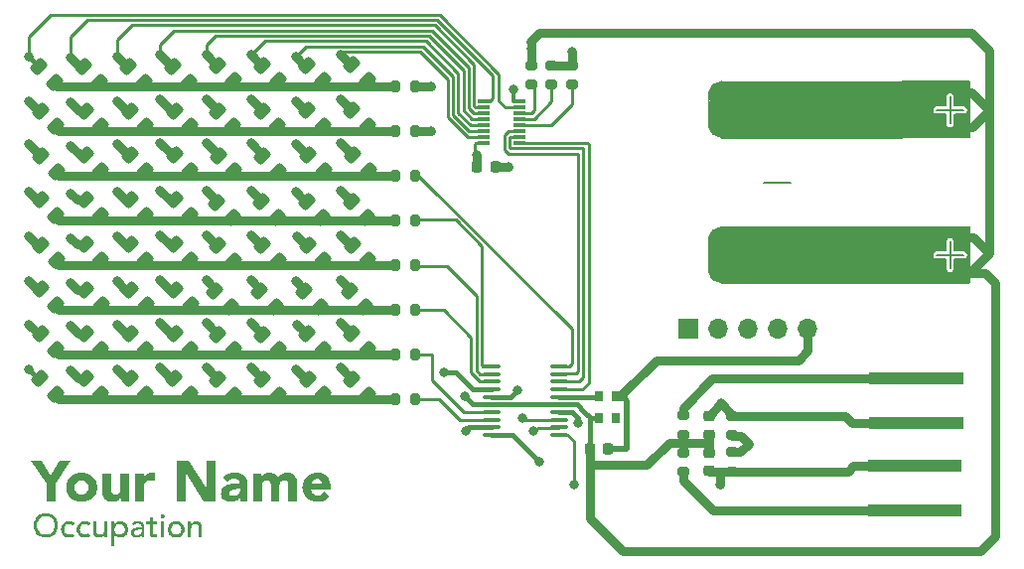
<source format=gbr>
%TF.GenerationSoftware,KiCad,Pcbnew,9.0.1*%
%TF.CreationDate,2025-06-09T22:47:13-04:00*%
%TF.ProjectId,blankBusinessCard,626c616e-6b42-4757-9369-6e6573734361,rev?*%
%TF.SameCoordinates,Original*%
%TF.FileFunction,Copper,L1,Top*%
%TF.FilePolarity,Positive*%
%FSLAX46Y46*%
G04 Gerber Fmt 4.6, Leading zero omitted, Abs format (unit mm)*
G04 Created by KiCad (PCBNEW 9.0.1) date 2025-06-09 22:47:13*
%MOMM*%
%LPD*%
G01*
G04 APERTURE LIST*
G04 Aperture macros list*
%AMRoundRect*
0 Rectangle with rounded corners*
0 $1 Rounding radius*
0 $2 $3 $4 $5 $6 $7 $8 $9 X,Y pos of 4 corners*
0 Add a 4 corners polygon primitive as box body*
4,1,4,$2,$3,$4,$5,$6,$7,$8,$9,$2,$3,0*
0 Add four circle primitives for the rounded corners*
1,1,$1+$1,$2,$3*
1,1,$1+$1,$4,$5*
1,1,$1+$1,$6,$7*
1,1,$1+$1,$8,$9*
0 Add four rect primitives between the rounded corners*
20,1,$1+$1,$2,$3,$4,$5,0*
20,1,$1+$1,$4,$5,$6,$7,0*
20,1,$1+$1,$6,$7,$8,$9,0*
20,1,$1+$1,$8,$9,$2,$3,0*%
G04 Aperture macros list end*
%TA.AperFunction,NonConductor*%
%ADD10C,0.200000*%
%TD*%
%ADD11C,0.375000*%
%ADD12C,0.300000*%
%TA.AperFunction,EtchedComponent*%
%ADD13C,0.100000*%
%TD*%
%TA.AperFunction,EtchedComponent*%
%ADD14C,0.200000*%
%TD*%
%TA.AperFunction,EtchedComponent*%
%ADD15C,1.200000*%
%TD*%
%TA.AperFunction,SMDPad,CuDef*%
%ADD16RoundRect,0.243750X0.494975X0.150260X0.150260X0.494975X-0.494975X-0.150260X-0.150260X-0.494975X0*%
%TD*%
%TA.AperFunction,SMDPad,CuDef*%
%ADD17R,0.800000X0.900000*%
%TD*%
%TA.AperFunction,SMDPad,CuDef*%
%ADD18RoundRect,0.650000X-0.650000X-1.800000X0.650000X-1.800000X0.650000X1.800000X-0.650000X1.800000X0*%
%TD*%
%TA.AperFunction,SMDPad,CuDef*%
%ADD19RoundRect,0.612500X-0.612500X-1.837500X0.612500X-1.837500X0.612500X1.837500X-0.612500X1.837500X0*%
%TD*%
%TA.AperFunction,SMDPad,CuDef*%
%ADD20R,1.700000X1.000000*%
%TD*%
%TA.AperFunction,SMDPad,CuDef*%
%ADD21RoundRect,0.200000X-0.200000X-0.275000X0.200000X-0.275000X0.200000X0.275000X-0.200000X0.275000X0*%
%TD*%
%TA.AperFunction,SMDPad,CuDef*%
%ADD22RoundRect,0.200000X0.275000X-0.200000X0.275000X0.200000X-0.275000X0.200000X-0.275000X-0.200000X0*%
%TD*%
%TA.AperFunction,ComponentPad*%
%ADD23R,1.700000X1.700000*%
%TD*%
%TA.AperFunction,ComponentPad*%
%ADD24O,1.700000X1.700000*%
%TD*%
%TA.AperFunction,SMDPad,CuDef*%
%ADD25RoundRect,0.225000X-0.225000X-0.250000X0.225000X-0.250000X0.225000X0.250000X-0.225000X0.250000X0*%
%TD*%
%TA.AperFunction,SMDPad,CuDef*%
%ADD26RoundRect,0.200000X-0.275000X0.200000X-0.275000X-0.200000X0.275000X-0.200000X0.275000X0.200000X0*%
%TD*%
%TA.AperFunction,SMDPad,CuDef*%
%ADD27RoundRect,0.100000X0.637500X0.100000X-0.637500X0.100000X-0.637500X-0.100000X0.637500X-0.100000X0*%
%TD*%
%TA.AperFunction,SMDPad,CuDef*%
%ADD28RoundRect,0.225000X0.250000X-0.225000X0.250000X0.225000X-0.250000X0.225000X-0.250000X-0.225000X0*%
%TD*%
%TA.AperFunction,SMDPad,CuDef*%
%ADD29RoundRect,0.225000X-0.250000X0.225000X-0.250000X-0.225000X0.250000X-0.225000X0.250000X0.225000X0*%
%TD*%
%TA.AperFunction,SMDPad,CuDef*%
%ADD30R,1.050000X0.299999*%
%TD*%
%TA.AperFunction,ViaPad*%
%ADD31C,0.800000*%
%TD*%
%TA.AperFunction,Conductor*%
%ADD32C,0.750000*%
%TD*%
%TA.AperFunction,Conductor*%
%ADD33C,0.250000*%
%TD*%
%TA.AperFunction,Conductor*%
%ADD34C,0.400000*%
%TD*%
%TA.AperFunction,Conductor*%
%ADD35C,0.550000*%
%TD*%
%TA.AperFunction,Conductor*%
%ADD36C,0.300000*%
%TD*%
%TA.AperFunction,Conductor*%
%ADD37C,1.000000*%
%TD*%
G04 APERTURE END LIST*
D10*
X107086400Y-39776400D02*
X104800400Y-39776400D01*
X105943400Y-40919400D02*
X105943400Y-38633400D01*
X107086400Y-27432000D02*
X104800400Y-27432000D01*
X105943400Y-28575000D02*
X105943400Y-26289000D01*
X92329000Y-33578800D02*
X90043000Y-33578800D01*
D11*
G36*
X29006247Y-61805045D02*
G01*
X29144659Y-61831780D01*
X29273661Y-61875522D01*
X29395675Y-61935997D01*
X29503891Y-62009017D01*
X29599603Y-62094852D01*
X29683061Y-62192861D01*
X29753891Y-62302384D01*
X29812339Y-62424580D01*
X29854714Y-62553250D01*
X29880496Y-62689740D01*
X29889275Y-62835397D01*
X29880496Y-62981053D01*
X29854714Y-63117543D01*
X29812339Y-63246213D01*
X29753891Y-63368409D01*
X29683061Y-63477932D01*
X29599603Y-63575941D01*
X29503891Y-63661776D01*
X29395675Y-63734796D01*
X29273661Y-63795271D01*
X29144659Y-63839013D01*
X29006247Y-63865748D01*
X28856861Y-63874894D01*
X28707394Y-63865747D01*
X28568941Y-63839010D01*
X28439938Y-63795271D01*
X28317919Y-63734801D01*
X28209661Y-63661782D01*
X28113874Y-63575941D01*
X28030489Y-63477939D01*
X27959700Y-63368417D01*
X27901261Y-63246213D01*
X27858886Y-63117543D01*
X27833103Y-62981053D01*
X27824324Y-62835397D01*
X28109722Y-62835397D01*
X28123179Y-62994189D01*
X28162845Y-63141921D01*
X28227790Y-63277544D01*
X28313909Y-63392515D01*
X28421039Y-63487603D01*
X28548993Y-63561897D01*
X28642310Y-63596314D01*
X28744432Y-63617490D01*
X28856861Y-63624789D01*
X28969208Y-63617492D01*
X29071291Y-63596317D01*
X29164607Y-63561897D01*
X29292538Y-63487597D01*
X29399569Y-63392515D01*
X29485756Y-63277531D01*
X29550633Y-63141921D01*
X29590391Y-62994184D01*
X29603878Y-62835397D01*
X29590389Y-62676626D01*
X29550633Y-62528994D01*
X29485743Y-62393302D01*
X29399569Y-62278401D01*
X29292525Y-62183248D01*
X29164607Y-62109018D01*
X29071284Y-62074530D01*
X28969202Y-62053315D01*
X28856861Y-62046004D01*
X28744437Y-62053317D01*
X28642316Y-62074533D01*
X28548993Y-62109018D01*
X28421052Y-62183242D01*
X28313909Y-62278401D01*
X28227803Y-62393289D01*
X28162845Y-62528994D01*
X28123181Y-62676621D01*
X28109722Y-62835397D01*
X27824324Y-62835397D01*
X27833103Y-62689740D01*
X27858886Y-62553250D01*
X27901261Y-62424580D01*
X27959700Y-62302376D01*
X28030489Y-62192854D01*
X28113874Y-62094852D01*
X28209661Y-62009011D01*
X28317919Y-61935992D01*
X28439938Y-61875522D01*
X28568941Y-61831783D01*
X28707394Y-61805046D01*
X28856861Y-61795899D01*
X29006247Y-61805045D01*
G37*
G36*
X31160682Y-62851028D02*
G01*
X31087448Y-62785776D01*
X31013769Y-62740386D01*
X30931984Y-62712513D01*
X30830587Y-62702528D01*
X30731547Y-62712447D01*
X30650092Y-62740386D01*
X30579269Y-62785408D01*
X30521376Y-62844189D01*
X30476205Y-62914314D01*
X30442974Y-62995498D01*
X30423150Y-63082376D01*
X30416474Y-63173429D01*
X30424257Y-63264034D01*
X30447248Y-63348673D01*
X30484617Y-63426605D01*
X30533954Y-63493020D01*
X30595231Y-63547861D01*
X30668166Y-63589741D01*
X30750020Y-63615740D01*
X30844509Y-63624789D01*
X30945821Y-63614792D01*
X31026348Y-63587054D01*
X31097917Y-63541393D01*
X31166299Y-63476290D01*
X31345329Y-63655198D01*
X31275630Y-63721730D01*
X31199852Y-63773567D01*
X31117206Y-63811757D01*
X30984121Y-63847244D01*
X30841700Y-63859263D01*
X30692436Y-63846321D01*
X30560455Y-63808949D01*
X30441208Y-63747907D01*
X30340880Y-63667532D01*
X30259510Y-63568189D01*
X30198121Y-63449179D01*
X30160751Y-63317182D01*
X30147806Y-63167811D01*
X30160719Y-63018364D01*
X30198121Y-62885222D01*
X30259231Y-62764625D01*
X30339415Y-62664060D01*
X30438699Y-62582286D01*
X30557646Y-62519835D01*
X30690054Y-62481422D01*
X30841700Y-62468055D01*
X30984335Y-62481062D01*
X31120015Y-62519835D01*
X31204764Y-62560328D01*
X31281471Y-62612742D01*
X31350947Y-62677738D01*
X31160682Y-62851028D01*
G37*
G36*
X32508902Y-62851028D02*
G01*
X32435669Y-62785776D01*
X32361990Y-62740386D01*
X32280205Y-62712513D01*
X32178808Y-62702528D01*
X32079767Y-62712447D01*
X31998312Y-62740386D01*
X31927489Y-62785408D01*
X31869596Y-62844189D01*
X31824425Y-62914314D01*
X31791194Y-62995498D01*
X31771371Y-63082376D01*
X31764694Y-63173429D01*
X31772478Y-63264034D01*
X31795469Y-63348673D01*
X31832838Y-63426605D01*
X31882175Y-63493020D01*
X31943451Y-63547861D01*
X32016386Y-63589741D01*
X32098240Y-63615740D01*
X32192730Y-63624789D01*
X32294042Y-63614792D01*
X32374569Y-63587054D01*
X32446137Y-63541393D01*
X32514520Y-63476290D01*
X32693550Y-63655198D01*
X32623851Y-63721730D01*
X32548073Y-63773567D01*
X32465427Y-63811757D01*
X32332341Y-63847244D01*
X32189921Y-63859263D01*
X32040657Y-63846321D01*
X31908675Y-63808949D01*
X31789429Y-63747907D01*
X31689101Y-63667532D01*
X31607731Y-63568189D01*
X31546341Y-63449179D01*
X31508972Y-63317182D01*
X31496027Y-63167811D01*
X31508940Y-63018364D01*
X31546341Y-62885222D01*
X31607451Y-62764625D01*
X31687636Y-62664060D01*
X31786920Y-62582286D01*
X31905866Y-62519835D01*
X32038274Y-62481422D01*
X32189921Y-62468055D01*
X32332555Y-62481062D01*
X32468236Y-62519835D01*
X32552984Y-62560328D01*
X32629691Y-62612742D01*
X32699167Y-62677738D01*
X32508902Y-62851028D01*
G37*
G36*
X34083780Y-63828000D02*
G01*
X33831966Y-63828000D01*
X33831966Y-63621981D01*
X33826348Y-63621981D01*
X33787874Y-63686932D01*
X33733640Y-63743950D01*
X33661240Y-63793683D01*
X33580590Y-63829535D01*
X33490751Y-63851612D01*
X33389886Y-63859263D01*
X33293983Y-63851786D01*
X33205116Y-63829831D01*
X33123508Y-63792371D01*
X33052709Y-63738973D01*
X32994583Y-63670118D01*
X32947806Y-63580948D01*
X32918996Y-63478994D01*
X32908606Y-63352825D01*
X32908606Y-62499318D01*
X33160420Y-62499318D01*
X33160420Y-63283216D01*
X33167159Y-63371777D01*
X33185577Y-63441485D01*
X33215730Y-63502160D01*
X33252744Y-63547853D01*
X33297965Y-63582869D01*
X33349220Y-63606593D01*
X33404721Y-63620216D01*
X33462670Y-63624789D01*
X33538949Y-63618365D01*
X33608117Y-63599632D01*
X33670827Y-63567191D01*
X33725598Y-63519765D01*
X33769560Y-63459353D01*
X33804000Y-63381279D01*
X33824495Y-63292906D01*
X33831966Y-63182466D01*
X33831966Y-62499318D01*
X34083780Y-62499318D01*
X34083780Y-63828000D01*
G37*
G36*
X35331737Y-62481759D02*
G01*
X35461432Y-62521178D01*
X35577437Y-62585079D01*
X35674045Y-62669189D01*
X35751671Y-62771610D01*
X35809722Y-62891328D01*
X35845242Y-63021773D01*
X35857349Y-63163659D01*
X35845190Y-63307901D01*
X35809722Y-63438799D01*
X35751608Y-63558280D01*
X35674045Y-63659594D01*
X35577549Y-63742562D01*
X35461432Y-63806262D01*
X35331743Y-63845589D01*
X35182995Y-63859263D01*
X35044177Y-63844160D01*
X34914450Y-63799179D01*
X34835384Y-63753155D01*
X34771651Y-63698795D01*
X34721376Y-63635780D01*
X34715758Y-63635780D01*
X34715758Y-64617392D01*
X34463944Y-64617392D01*
X34463944Y-63163659D01*
X34715758Y-63163659D01*
X34723651Y-63261633D01*
X34746533Y-63349528D01*
X34784124Y-63429361D01*
X34833239Y-63494852D01*
X34894951Y-63548230D01*
X34970381Y-63589863D01*
X35055007Y-63615773D01*
X35152342Y-63624789D01*
X35249554Y-63615773D01*
X35334059Y-63589863D01*
X35409571Y-63548216D01*
X35471201Y-63494852D01*
X35520413Y-63429351D01*
X35558030Y-63349528D01*
X35580912Y-63261633D01*
X35588804Y-63163659D01*
X35580912Y-63065684D01*
X35558030Y-62977790D01*
X35520413Y-62897966D01*
X35471201Y-62832466D01*
X35409571Y-62779102D01*
X35334059Y-62737455D01*
X35249554Y-62711545D01*
X35152342Y-62702528D01*
X35055007Y-62711545D01*
X34970381Y-62737455D01*
X34894951Y-62779088D01*
X34833239Y-62832466D01*
X34784124Y-62897957D01*
X34746533Y-62977790D01*
X34723651Y-63065684D01*
X34715758Y-63163659D01*
X34463944Y-63163659D01*
X34463944Y-62499318D01*
X34715758Y-62499318D01*
X34715758Y-62691538D01*
X34721376Y-62691538D01*
X34775261Y-62626754D01*
X34841418Y-62571982D01*
X34921411Y-62526796D01*
X35051108Y-62482589D01*
X35182995Y-62468055D01*
X35331737Y-62481759D01*
G37*
G36*
X36845034Y-62477805D02*
G01*
X36955709Y-62504448D01*
X37053319Y-62548355D01*
X37127779Y-62602389D01*
X37186535Y-62668988D01*
X37227063Y-62743683D01*
X37251228Y-62825088D01*
X37259303Y-62910135D01*
X37259303Y-63587298D01*
X37262112Y-63716136D01*
X37270539Y-63828000D01*
X37046690Y-63828000D01*
X37038264Y-63625400D01*
X37032646Y-63625400D01*
X36971065Y-63704854D01*
X36905003Y-63764291D01*
X36833954Y-63806384D01*
X36713165Y-63845442D01*
X36568218Y-63859263D01*
X36477420Y-63852925D01*
X36391875Y-63834228D01*
X36312443Y-63802547D01*
X36244963Y-63759123D01*
X36188828Y-63703204D01*
X36145678Y-63635170D01*
X36118774Y-63557299D01*
X36109286Y-63463956D01*
X36110870Y-63444660D01*
X36361100Y-63444660D01*
X36370478Y-63515584D01*
X36396256Y-63568035D01*
X36438037Y-63606715D01*
X36491607Y-63632789D01*
X36559884Y-63649818D01*
X36646498Y-63656053D01*
X36745183Y-63646908D01*
X36822719Y-63621736D01*
X36889417Y-63581579D01*
X36940200Y-63532588D01*
X36978752Y-63474479D01*
X37004558Y-63410466D01*
X37019377Y-63343020D01*
X37024220Y-63277232D01*
X37024220Y-63194922D01*
X36889886Y-63194922D01*
X36706582Y-63204570D01*
X36615572Y-63218916D01*
X36535978Y-63241572D01*
X36464778Y-63275316D01*
X36410071Y-63318509D01*
X36373661Y-63373902D01*
X36361100Y-63444660D01*
X36110870Y-63444660D01*
X36116160Y-63380221D01*
X36135584Y-63309578D01*
X36166561Y-63249632D01*
X36233589Y-63172078D01*
X36323243Y-63109071D01*
X36428456Y-63063254D01*
X36555518Y-63031035D01*
X36691019Y-63013435D01*
X36839572Y-63007344D01*
X37024220Y-63007344D01*
X37024220Y-62951290D01*
X37019391Y-62901394D01*
X37004558Y-62850540D01*
X36980252Y-62802807D01*
X36945818Y-62759559D01*
X36902527Y-62723571D01*
X36847998Y-62695079D01*
X36785859Y-62677603D01*
X36708047Y-62671265D01*
X36637669Y-62674952D01*
X36580675Y-62685065D01*
X36481390Y-62719381D01*
X36400301Y-62767497D01*
X36330326Y-62819765D01*
X36179261Y-62663450D01*
X36293618Y-62578189D01*
X36425458Y-62516904D01*
X36566368Y-62480095D01*
X36705238Y-62468055D01*
X36845034Y-62477805D01*
G37*
G36*
X38336170Y-62718160D02*
G01*
X37975179Y-62718160D01*
X37975179Y-63319730D01*
X37977988Y-63430372D01*
X37984836Y-63482979D01*
X37998993Y-63528314D01*
X38022136Y-63567562D01*
X38054924Y-63598289D01*
X38098114Y-63617339D01*
X38165444Y-63624789D01*
X38257646Y-63616485D01*
X38303533Y-63604448D01*
X38344474Y-63585711D01*
X38344474Y-63814566D01*
X38295583Y-63835097D01*
X38228337Y-63849493D01*
X38117817Y-63859263D01*
X37981598Y-63847776D01*
X37892625Y-63818718D01*
X37822041Y-63771015D01*
X37775144Y-63713816D01*
X37745262Y-63646250D01*
X37730326Y-63569835D01*
X37723365Y-63409001D01*
X37723365Y-62718160D01*
X37432349Y-62718160D01*
X37432349Y-62499318D01*
X37723365Y-62499318D01*
X37723365Y-62124161D01*
X37975179Y-62124161D01*
X37975179Y-62499318D01*
X38336170Y-62499318D01*
X38336170Y-62718160D01*
G37*
G36*
X38680552Y-62499318D02*
G01*
X38932367Y-62499318D01*
X38932367Y-63828000D01*
X38680552Y-63828000D01*
X38680552Y-62499318D01*
G37*
G36*
X38621812Y-62026464D02*
G01*
X38635374Y-61956782D01*
X38676400Y-61897138D01*
X38736398Y-61856314D01*
X38806582Y-61842794D01*
X38876661Y-61856308D01*
X38936641Y-61897138D01*
X38977667Y-61956782D01*
X38991229Y-62026464D01*
X38977671Y-62096168D01*
X38936641Y-62155913D01*
X38876670Y-62196647D01*
X38806582Y-62210135D01*
X38736388Y-62196641D01*
X38676400Y-62155913D01*
X38635370Y-62096168D01*
X38621812Y-62026464D01*
G37*
G36*
X40116351Y-62481868D02*
G01*
X40248958Y-62522521D01*
X40369804Y-62587475D01*
X40472806Y-62671998D01*
X40557632Y-62774420D01*
X40622527Y-62892672D01*
X40663272Y-63022277D01*
X40677116Y-63163659D01*
X40663305Y-63305249D01*
X40622527Y-63436112D01*
X40557487Y-63555249D01*
X40472806Y-63656785D01*
X40369908Y-63740143D01*
X40248958Y-63804796D01*
X40116351Y-63845450D01*
X39971987Y-63859263D01*
X39827622Y-63845450D01*
X39695015Y-63804796D01*
X39574065Y-63740143D01*
X39471167Y-63656785D01*
X39386487Y-63555249D01*
X39321446Y-63436112D01*
X39280668Y-63305249D01*
X39266857Y-63163659D01*
X39535525Y-63163659D01*
X39543417Y-63261633D01*
X39566299Y-63349528D01*
X39603890Y-63429361D01*
X39653005Y-63494852D01*
X39714617Y-63548223D01*
X39790026Y-63589863D01*
X39874651Y-63615773D01*
X39971987Y-63624789D01*
X40069305Y-63615770D01*
X40153825Y-63589863D01*
X40229337Y-63548216D01*
X40290968Y-63494852D01*
X40340083Y-63429361D01*
X40377674Y-63349528D01*
X40400556Y-63261633D01*
X40408448Y-63163659D01*
X40400556Y-63065684D01*
X40377674Y-62977790D01*
X40340083Y-62897957D01*
X40290968Y-62832466D01*
X40229337Y-62779102D01*
X40153825Y-62737455D01*
X40069305Y-62711548D01*
X39971987Y-62702528D01*
X39874651Y-62711545D01*
X39790026Y-62737455D01*
X39714617Y-62779094D01*
X39653005Y-62832466D01*
X39603890Y-62897957D01*
X39566299Y-62977790D01*
X39543417Y-63065684D01*
X39535525Y-63163659D01*
X39266857Y-63163659D01*
X39280701Y-63022277D01*
X39321446Y-62892672D01*
X39386341Y-62774420D01*
X39471167Y-62671998D01*
X39574169Y-62587475D01*
X39695015Y-62522521D01*
X39827622Y-62481868D01*
X39971987Y-62468055D01*
X40116351Y-62481868D01*
G37*
G36*
X40994021Y-62499318D02*
G01*
X41245835Y-62499318D01*
X41245835Y-62705948D01*
X41251453Y-62705948D01*
X41289932Y-62640827D01*
X41344132Y-62583689D01*
X41416439Y-62533879D01*
X41497180Y-62497885D01*
X41587062Y-62475730D01*
X41687915Y-62468055D01*
X41781563Y-62475454D01*
X41871219Y-62497487D01*
X41954069Y-62535031D01*
X42025092Y-62588345D01*
X42083210Y-62657218D01*
X42129994Y-62746492D01*
X42158802Y-62848339D01*
X42169195Y-62974493D01*
X42169195Y-63828000D01*
X41917381Y-63828000D01*
X41917381Y-63044102D01*
X41910639Y-62955556D01*
X41892224Y-62885955D01*
X41862057Y-62825198D01*
X41825057Y-62779587D01*
X41779808Y-62744481D01*
X41728459Y-62720725D01*
X41673062Y-62707105D01*
X41615130Y-62702528D01*
X41538857Y-62708983D01*
X41469684Y-62727808D01*
X41406956Y-62760149D01*
X41352081Y-62807553D01*
X41308221Y-62867972D01*
X41273801Y-62946161D01*
X41253308Y-63034427D01*
X41245835Y-63144852D01*
X41245835Y-63828000D01*
X40994021Y-63828000D01*
X40994021Y-62499318D01*
G37*
D12*
G36*
X28897283Y-59302888D02*
G01*
X27594919Y-57318568D01*
X28544871Y-57318568D01*
X29279187Y-58613879D01*
X30057742Y-57318568D01*
X30963669Y-57318568D01*
X29661305Y-59302888D01*
X29661305Y-60779001D01*
X28897283Y-60779001D01*
X28897283Y-59302888D01*
G37*
G36*
X32176231Y-58366677D02*
G01*
X32424608Y-58432224D01*
X32652635Y-58539929D01*
X32845621Y-58683550D01*
X33004843Y-58862663D01*
X33127294Y-59076567D01*
X33183577Y-59232462D01*
X33218178Y-59402497D01*
X33230090Y-59589049D01*
X33218181Y-59775602D01*
X33183583Y-59945712D01*
X33127294Y-60101746D01*
X33004856Y-60315470D01*
X32845621Y-60494549D01*
X32652635Y-60638170D01*
X32424608Y-60745875D01*
X32176231Y-60811422D01*
X31908065Y-60833711D01*
X31639898Y-60811422D01*
X31391522Y-60745875D01*
X31163457Y-60638180D01*
X30970294Y-60494549D01*
X30811230Y-60315485D01*
X30688835Y-60101746D01*
X30632546Y-59945712D01*
X30597949Y-59775602D01*
X30586039Y-59589049D01*
X31320569Y-59589049D01*
X31338893Y-59762421D01*
X31390709Y-59905421D01*
X31474656Y-60024595D01*
X31587522Y-60114742D01*
X31729205Y-60170776D01*
X31908278Y-60190864D01*
X32087203Y-60170776D01*
X32228742Y-60114744D01*
X32341474Y-60024595D01*
X32425545Y-59905405D01*
X32477428Y-59762406D01*
X32495774Y-59589049D01*
X32477424Y-59415697D01*
X32425537Y-59272776D01*
X32341474Y-59153717D01*
X32228725Y-59063443D01*
X32087185Y-59007345D01*
X31908278Y-58987235D01*
X31729222Y-59007345D01*
X31587539Y-59063445D01*
X31474656Y-59153717D01*
X31390717Y-59272760D01*
X31338898Y-59415682D01*
X31320569Y-59589049D01*
X30586039Y-59589049D01*
X30597952Y-59402497D01*
X30632552Y-59232462D01*
X30688835Y-59076567D01*
X30811244Y-58862648D01*
X30970294Y-58683550D01*
X31163457Y-58539919D01*
X31391522Y-58432224D01*
X31639898Y-58366677D01*
X31908065Y-58344388D01*
X32176231Y-58366677D01*
G37*
G36*
X35954283Y-60779001D02*
G01*
X35249246Y-60779001D01*
X35249246Y-60453944D01*
X35239415Y-60453944D01*
X35138970Y-60590292D01*
X35072175Y-60653925D01*
X34989585Y-60712108D01*
X34897061Y-60759945D01*
X34788909Y-60799517D01*
X34673133Y-60824914D01*
X34543995Y-60833711D01*
X34358969Y-60822924D01*
X34210062Y-60793347D01*
X34090924Y-60748226D01*
X33935422Y-60644916D01*
X33821646Y-60511005D01*
X33743376Y-60349355D01*
X33694487Y-60154319D01*
X33670902Y-59944504D01*
X33662644Y-59709369D01*
X33662644Y-58399098D01*
X34397174Y-58399098D01*
X34397174Y-59564259D01*
X34404440Y-59777330D01*
X34419455Y-59884353D01*
X34448465Y-59980357D01*
X34495285Y-60065156D01*
X34561092Y-60132093D01*
X34648091Y-60174628D01*
X34779078Y-60190864D01*
X34912437Y-60176915D01*
X35009033Y-60139573D01*
X35087265Y-60079124D01*
X35143886Y-60002369D01*
X35182053Y-59912452D01*
X35205007Y-59808960D01*
X35219753Y-59583920D01*
X35219753Y-58399098D01*
X35954283Y-58399098D01*
X35954283Y-60779001D01*
G37*
G36*
X36473391Y-58399098D02*
G01*
X37207921Y-58399098D01*
X37207921Y-58782712D01*
X37217752Y-58782712D01*
X37350629Y-58585846D01*
X37496860Y-58454022D01*
X37609414Y-58394839D01*
X37743286Y-58357610D01*
X37903341Y-58344388D01*
X38030500Y-58347166D01*
X38148042Y-58358065D01*
X38148042Y-59038526D01*
X37993742Y-59000058D01*
X37834739Y-58987235D01*
X37636669Y-59003680D01*
X37501775Y-59046006D01*
X37392345Y-59117318D01*
X37313067Y-59210137D01*
X37259577Y-59322922D01*
X37227369Y-59462104D01*
X37207921Y-59785237D01*
X37207921Y-60779001D01*
X36473391Y-60779001D01*
X36473391Y-58399098D01*
G37*
G36*
X40009905Y-57318568D02*
G01*
X41047907Y-57318568D01*
X42521668Y-59723261D01*
X42531499Y-59723261D01*
X42531499Y-57318568D01*
X43295521Y-57318568D01*
X43295521Y-60779001D01*
X42296629Y-60779001D01*
X40783544Y-58315537D01*
X40773714Y-58315537D01*
X40773714Y-60779001D01*
X40009905Y-60779001D01*
X40009905Y-57318568D01*
G37*
G36*
X45296646Y-58366605D02*
G01*
X45520482Y-58425171D01*
X45652466Y-58488772D01*
X45762554Y-58567673D01*
X45853446Y-58662178D01*
X45957819Y-58832783D01*
X46027408Y-59046006D01*
X46063293Y-59282326D01*
X46076348Y-59571525D01*
X46076348Y-60779001D01*
X45400589Y-60779001D01*
X45400589Y-60471468D01*
X45390972Y-60471468D01*
X45299350Y-60589475D01*
X45191409Y-60681358D01*
X45065274Y-60749508D01*
X44857144Y-60812539D01*
X44636781Y-60833711D01*
X44472705Y-60822078D01*
X44315998Y-60787549D01*
X44169651Y-60729215D01*
X44044156Y-60649063D01*
X43939231Y-60546112D01*
X43858226Y-60420818D01*
X43807494Y-60277213D01*
X43789624Y-60105165D01*
X43792851Y-60074177D01*
X44494876Y-60074177D01*
X44507685Y-60153633D01*
X44544407Y-60215963D01*
X44607502Y-60265449D01*
X44723272Y-60312287D01*
X44842372Y-60327640D01*
X44948651Y-60320427D01*
X45050528Y-60299002D01*
X45146542Y-60263868D01*
X45229192Y-60217791D01*
X45299693Y-60157810D01*
X45354000Y-60083794D01*
X45388465Y-59997305D01*
X45400589Y-59892521D01*
X45400589Y-59739503D01*
X45219361Y-59739503D01*
X45011419Y-59746769D01*
X44888422Y-59760547D01*
X44771420Y-59787375D01*
X44663407Y-59829971D01*
X44575659Y-59887819D01*
X44515772Y-59966255D01*
X44494876Y-60074177D01*
X43792851Y-60074177D01*
X43809787Y-59911547D01*
X43865492Y-59760233D01*
X43954883Y-59631458D01*
X44071084Y-59527073D01*
X44208564Y-59445885D01*
X44367503Y-59383885D01*
X44536308Y-59339645D01*
X44712649Y-59308445D01*
X45069976Y-59279380D01*
X45400589Y-59274465D01*
X45384431Y-59151127D01*
X45338191Y-59049737D01*
X45261035Y-58965009D01*
X45162951Y-58901642D01*
X45053888Y-58863547D01*
X44930635Y-58850459D01*
X44755774Y-58869794D01*
X44600022Y-58926327D01*
X44459662Y-59015595D01*
X44333309Y-59134483D01*
X43941574Y-58731421D01*
X44085780Y-58613457D01*
X44245140Y-58516916D01*
X44421358Y-58441200D01*
X44700107Y-58368652D01*
X44989406Y-58344388D01*
X45296646Y-58366605D01*
G37*
G36*
X46536685Y-58399098D02*
G01*
X47241936Y-58399098D01*
X47241936Y-58722659D01*
X47251553Y-58722659D01*
X47349433Y-58586951D01*
X47501169Y-58465776D01*
X47593875Y-58417929D01*
X47702059Y-58378368D01*
X47817826Y-58353131D01*
X47946973Y-58344388D01*
X48110844Y-58356267D01*
X48257606Y-58390594D01*
X48389999Y-58446329D01*
X48507256Y-58526200D01*
X48603951Y-58631728D01*
X48681503Y-58766684D01*
X48776644Y-58623848D01*
X48879288Y-58517347D01*
X48989890Y-58441627D01*
X49114345Y-58389365D01*
X49261393Y-58356187D01*
X49435481Y-58344388D01*
X49663504Y-58366022D01*
X49839398Y-58425171D01*
X49987644Y-58521508D01*
X50099058Y-58645081D01*
X50179948Y-58793984D01*
X50236048Y-58972703D01*
X50267013Y-59164769D01*
X50277722Y-59375978D01*
X50277722Y-60779001D01*
X49543192Y-60779001D01*
X49543192Y-59393502D01*
X49524650Y-59235465D01*
X49472239Y-59107128D01*
X49415370Y-59042545D01*
X49334239Y-59002167D01*
X49220059Y-58987235D01*
X49099133Y-58998448D01*
X49006987Y-59028909D01*
X48929341Y-59078800D01*
X48869784Y-59143886D01*
X48826322Y-59222308D01*
X48796481Y-59315284D01*
X48774468Y-59520875D01*
X48774468Y-60779001D01*
X48039938Y-60779001D01*
X48039938Y-59520875D01*
X48035023Y-59364224D01*
X48000615Y-59188125D01*
X47962151Y-59110927D01*
X47905300Y-59046006D01*
X47828549Y-59003377D01*
X47711890Y-58987235D01*
X47578518Y-59001231D01*
X47481721Y-59038740D01*
X47403674Y-59099003D01*
X47347082Y-59175729D01*
X47308864Y-59265644D01*
X47285747Y-59369139D01*
X47271215Y-59594178D01*
X47271215Y-60779001D01*
X46536685Y-60779001D01*
X46536685Y-58399098D01*
G37*
G36*
X52292461Y-58367060D02*
G01*
X52508667Y-58432437D01*
X52701628Y-58539974D01*
X52861292Y-58684404D01*
X52987738Y-58862096D01*
X53083981Y-59078063D01*
X53142040Y-59316469D01*
X53162413Y-59591614D01*
X53162413Y-59821569D01*
X51458270Y-59821569D01*
X51500251Y-59952334D01*
X51563796Y-60060767D01*
X51649329Y-60150472D01*
X51753057Y-60217635D01*
X51872484Y-60258638D01*
X52011785Y-60272929D01*
X52182550Y-60251714D01*
X52317608Y-60192146D01*
X52433851Y-60100444D01*
X52535594Y-59983990D01*
X53049787Y-60361406D01*
X52922339Y-60500425D01*
X52774531Y-60616533D01*
X52604196Y-60710826D01*
X52421473Y-60779398D01*
X52235993Y-60820119D01*
X52045979Y-60833711D01*
X51777783Y-60811426D01*
X51529222Y-60745875D01*
X51301195Y-60638170D01*
X51108209Y-60494549D01*
X50949145Y-60315485D01*
X50826749Y-60101746D01*
X50770460Y-59945712D01*
X50735863Y-59775602D01*
X50723954Y-59589049D01*
X50735866Y-59402497D01*
X50753569Y-59315497D01*
X51458270Y-59315497D01*
X52427883Y-59315497D01*
X52416302Y-59200119D01*
X52375982Y-59098297D01*
X52305426Y-59006255D01*
X52213582Y-58935588D01*
X52105797Y-58892770D01*
X51977377Y-58877814D01*
X51859575Y-58887801D01*
X51761741Y-58915855D01*
X51674320Y-58960024D01*
X51602739Y-59013522D01*
X51543865Y-59077900D01*
X51499944Y-59151366D01*
X51471123Y-59231705D01*
X51458270Y-59315497D01*
X50753569Y-59315497D01*
X50770466Y-59232462D01*
X50826749Y-59076567D01*
X50949158Y-58862648D01*
X51108209Y-58683550D01*
X51301371Y-58539919D01*
X51529436Y-58432224D01*
X51777812Y-58366677D01*
X52045979Y-58344388D01*
X52292461Y-58367060D01*
G37*
D13*
%TO.C,J1*%
X85322400Y-28626400D02*
X85322400Y-26126400D01*
X85322403Y-41026400D02*
X85322403Y-38526400D01*
D14*
X85372403Y-38876400D02*
X85372403Y-39276400D01*
D13*
X86422400Y-24976398D02*
X101872400Y-24976398D01*
X101872400Y-29776398D01*
X86422400Y-29776398D01*
X86422400Y-24976398D01*
%TA.AperFunction,EtchedComponent*%
G36*
X86422400Y-24976398D02*
G01*
X101872400Y-24976398D01*
X101872400Y-29776398D01*
X86422400Y-29776398D01*
X86422400Y-24976398D01*
G37*
%TD.AperFunction*%
X86472400Y-37376400D02*
X101922400Y-37376400D01*
X101922400Y-42176400D01*
X86472400Y-42176400D01*
X86472400Y-37376400D01*
%TA.AperFunction,EtchedComponent*%
G36*
X86472400Y-37376400D02*
G01*
X101922400Y-37376400D01*
X101922400Y-42176400D01*
X86472400Y-42176400D01*
X86472400Y-37376400D01*
G37*
%TD.AperFunction*%
D15*
X87072400Y-26126400D02*
G75*
G02*
X85872400Y-26126400I-600000J0D01*
G01*
X85872400Y-26126400D02*
G75*
G02*
X87072400Y-26126400I600000J0D01*
G01*
X87072400Y-28626402D02*
G75*
G02*
X85872400Y-28626402I-600000J0D01*
G01*
X85872400Y-28626402D02*
G75*
G02*
X87072400Y-28626402I600000J0D01*
G01*
X87072403Y-38526400D02*
G75*
G02*
X85872403Y-38526400I-600000J0D01*
G01*
X85872403Y-38526400D02*
G75*
G02*
X87072403Y-38526400I600000J0D01*
G01*
X87072403Y-41026402D02*
G75*
G02*
X85872403Y-41026402I-600000J0D01*
G01*
X85872403Y-41026402D02*
G75*
G02*
X87072403Y-41026402I600000J0D01*
G01*
D13*
X87672398Y-26226400D02*
X87672400Y-28726402D01*
X85372400Y-28326400D01*
X85372400Y-26676400D01*
X87472400Y-25926400D01*
X87672398Y-26226400D01*
%TA.AperFunction,EtchedComponent*%
G36*
X87672398Y-26226400D02*
G01*
X87672400Y-28726402D01*
X85372400Y-28326400D01*
X85372400Y-26676400D01*
X87472400Y-25926400D01*
X87672398Y-26226400D01*
G37*
%TD.AperFunction*%
X87672401Y-38626400D02*
X87672403Y-41126402D01*
X85372403Y-40726400D01*
X85372403Y-39076400D01*
X87472403Y-38326400D01*
X87672401Y-38626400D01*
%TA.AperFunction,EtchedComponent*%
G36*
X87672401Y-38626400D02*
G01*
X87672403Y-41126402D01*
X85372403Y-40726400D01*
X85372403Y-39076400D01*
X87472403Y-38326400D01*
X87672401Y-38626400D01*
G37*
%TD.AperFunction*%
%TD*%
D16*
%TO.P,D20,1,K*%
%TO.N,Net-(D12-K)*%
X48668913Y-40286913D03*
%TO.P,D20,2,A*%
%TO.N,Row3*%
X47343087Y-38961087D03*
%TD*%
%TO.P,D28,1,K*%
%TO.N,Net-(D12-K)*%
X44858913Y-40286913D03*
%TO.P,D28,2,A*%
%TO.N,Row4*%
X43533087Y-38961087D03*
%TD*%
%TO.P,D60,1,K*%
%TO.N,Net-(D15-K)*%
X29718000Y-28829000D03*
%TO.P,D60,2,A*%
%TO.N,Row8*%
X28392174Y-27503174D03*
%TD*%
%TO.P,D61,1,K*%
%TO.N,Net-(D16-K)*%
X41048913Y-25046913D03*
%TO.P,D61,2,A*%
%TO.N,Row5*%
X39723087Y-23721087D03*
%TD*%
%TO.P,D58,1,K*%
%TO.N,Net-(D15-K)*%
X37338000Y-28829000D03*
%TO.P,D58,2,A*%
%TO.N,Row6*%
X36012174Y-27503174D03*
%TD*%
%TO.P,D46,1,K*%
%TO.N,Net-(D12-K)*%
X37338001Y-40231087D03*
%TO.P,D46,2,A*%
%TO.N,Row6*%
X36012175Y-38905261D03*
%TD*%
%TO.P,D64,1,K*%
%TO.N,Net-(D16-K)*%
X29618913Y-25046913D03*
%TO.P,D64,2,A*%
%TO.N,Row8*%
X28293087Y-23721087D03*
%TD*%
%TO.P,D41,1,K*%
%TO.N,Net-(D11-K)*%
X41175914Y-44069000D03*
%TO.P,D41,2,A*%
%TO.N,Row5*%
X39850088Y-42743174D03*
%TD*%
%TO.P,D25,1,K*%
%TO.N,Net-(D1-K)*%
X44858912Y-51716913D03*
%TO.P,D25,2,A*%
%TO.N,Row4*%
X43533086Y-50391087D03*
%TD*%
%TO.P,D35,1,K*%
%TO.N,Net-(D1-K)*%
X33528000Y-51661087D03*
%TO.P,D35,2,A*%
%TO.N,Row7*%
X32202174Y-50335261D03*
%TD*%
%TO.P,D16,1,K*%
%TO.N,Net-(D16-K)*%
X52450999Y-24919913D03*
%TO.P,D16,2,A*%
%TO.N,Row2*%
X51125173Y-23594087D03*
%TD*%
%TO.P,D14,1,K*%
%TO.N,Net-(D14-K)*%
X52534739Y-32611087D03*
%TO.P,D14,2,A*%
%TO.N,Row2*%
X51208913Y-31285261D03*
%TD*%
%TO.P,D1,1,K*%
%TO.N,Net-(D1-K)*%
X56288913Y-51716913D03*
%TO.P,D1,2,A*%
%TO.N,Row1*%
X54963087Y-50391087D03*
%TD*%
D17*
%TO.P,Y1,1,TRI_STATE*%
%TO.N,unconnected-(Y1-TRI_STATE-Pad1)*%
X77451800Y-53694000D03*
%TO.P,Y1,2,GND*%
%TO.N,GND*%
X77451800Y-51844000D03*
%TO.P,Y1,3,OUTPUT*%
%TO.N,CLK*%
X76001800Y-51844000D03*
%TO.P,Y1,4,VDD*%
%TO.N,+3V0*%
X76001800Y-53694000D03*
%TD*%
D16*
%TO.P,D3,1,K*%
%TO.N,Net-(D11-K)*%
X56062826Y-44168087D03*
%TO.P,D3,2,A*%
%TO.N,Row1*%
X54737000Y-42842261D03*
%TD*%
D18*
%TO.P,J1,1,Pin_1*%
%TO.N,+3V0*%
X102472400Y-39776400D03*
D19*
X102497400Y-27376400D03*
%TD*%
D16*
%TO.P,D21,1,K*%
%TO.N,Net-(D13-K)*%
X48569826Y-36576000D03*
%TO.P,D21,2,A*%
%TO.N,Row3*%
X47244000Y-35250174D03*
%TD*%
%TO.P,D52,1,K*%
%TO.N,Net-(D13-K)*%
X29718001Y-36421087D03*
%TO.P,D52,2,A*%
%TO.N,Row8*%
X28392175Y-35095261D03*
%TD*%
%TO.P,D34,1,K*%
%TO.N,Net-(D1-K)*%
X37338000Y-51661087D03*
%TO.P,D34,2,A*%
%TO.N,Row6*%
X36012174Y-50335261D03*
%TD*%
%TO.P,D37,1,K*%
%TO.N,Net-(D10-K)*%
X41148001Y-47851087D03*
%TO.P,D37,2,A*%
%TO.N,Row5*%
X39822175Y-46525261D03*
%TD*%
%TO.P,D18,1,K*%
%TO.N,Net-(D10-K)*%
X48641000Y-47879000D03*
%TO.P,D18,2,A*%
%TO.N,Row3*%
X47315174Y-46553174D03*
%TD*%
%TO.P,D39,1,K*%
%TO.N,Net-(D10-K)*%
X33528001Y-47851087D03*
%TO.P,D39,2,A*%
%TO.N,Row7*%
X32202175Y-46525261D03*
%TD*%
%TO.P,D10,1,K*%
%TO.N,Net-(D10-K)*%
X52478913Y-47851087D03*
%TO.P,D10,2,A*%
%TO.N,Row2*%
X51153087Y-46525261D03*
%TD*%
%TO.P,D29,1,K*%
%TO.N,Net-(D13-K)*%
X44731913Y-36603913D03*
%TO.P,D29,2,A*%
%TO.N,Row4*%
X43406087Y-35278087D03*
%TD*%
D20*
%TO.P,SW2,1,1*%
%TO.N,BUTTON2*%
X99796200Y-57790000D03*
X106096200Y-57790000D03*
%TO.P,SW2,2,2*%
%TO.N,Net-(R11-Pad1)*%
X99796200Y-61590000D03*
X106096200Y-61590000D03*
%TD*%
D16*
%TO.P,D32,1,K*%
%TO.N,Net-(D16-K)*%
X44830999Y-24919913D03*
%TO.P,D32,2,A*%
%TO.N,Row4*%
X43505173Y-23594087D03*
%TD*%
D21*
%TO.P,R4,1*%
%TO.N,Net-(D11-K)*%
X58675000Y-44450000D03*
%TO.P,R4,2*%
%TO.N,Col3*%
X60325000Y-44450000D03*
%TD*%
D22*
%TO.P,R15,1*%
%TO.N,Net-(U2-~{LE})*%
X73726800Y-25269000D03*
%TO.P,R15,2*%
%TO.N,GND*%
X73726800Y-23619000D03*
%TD*%
D23*
%TO.P,J2,1,Pin_1*%
%TO.N,SW_DIO*%
X83667600Y-46075600D03*
D24*
%TO.P,J2,2,Pin_2*%
%TO.N,SW_CLK*%
X86207600Y-46075600D03*
%TO.P,J2,3,Pin_3*%
%TO.N,RESET*%
X88747600Y-46075600D03*
%TO.P,J2,4,Pin_4*%
%TO.N,+3V0*%
X91287600Y-46075600D03*
%TO.P,J2,5,Pin_5*%
%TO.N,GND*%
X93827600Y-46075600D03*
%TD*%
D16*
%TO.P,D19,1,K*%
%TO.N,Net-(D11-K)*%
X48414913Y-44196000D03*
%TO.P,D19,2,A*%
%TO.N,Row3*%
X47089087Y-42870174D03*
%TD*%
%TO.P,D50,1,K*%
%TO.N,Net-(D13-K)*%
X37338001Y-36421087D03*
%TO.P,D50,2,A*%
%TO.N,Row6*%
X36012175Y-35095261D03*
%TD*%
%TO.P,D59,1,K*%
%TO.N,Net-(D15-K)*%
X33528000Y-28829000D03*
%TO.P,D59,2,A*%
%TO.N,Row7*%
X32202174Y-27503174D03*
%TD*%
D25*
%TO.P,C1,1*%
%TO.N,+3V0*%
X75251800Y-56294000D03*
%TO.P,C1,2*%
%TO.N,GND*%
X76801800Y-56294000D03*
%TD*%
D16*
%TO.P,D17,1,K*%
%TO.N,Net-(D1-K)*%
X48668912Y-51716913D03*
%TO.P,D17,2,A*%
%TO.N,Row3*%
X47343086Y-50391087D03*
%TD*%
D25*
%TO.P,C2,1*%
%TO.N,+3V0*%
X65626800Y-32294000D03*
%TO.P,C2,2*%
%TO.N,GND*%
X67176800Y-32294000D03*
%TD*%
D16*
%TO.P,D38,1,K*%
%TO.N,Net-(D10-K)*%
X37338001Y-47851087D03*
%TO.P,D38,2,A*%
%TO.N,Row6*%
X36012175Y-46525261D03*
%TD*%
D26*
%TO.P,R12,1*%
%TO.N,BUTTON*%
X87350600Y-53506400D03*
%TO.P,R12,2*%
%TO.N,GND*%
X87350600Y-55156400D03*
%TD*%
D16*
%TO.P,D48,1,K*%
%TO.N,Net-(D12-K)*%
X29745914Y-40259000D03*
%TO.P,D48,2,A*%
%TO.N,Row8*%
X28420088Y-38933174D03*
%TD*%
D22*
%TO.P,R1,1*%
%TO.N,BUTTON2*%
X87376000Y-58255200D03*
%TO.P,R1,2*%
%TO.N,GND*%
X87376000Y-56605200D03*
%TD*%
D27*
%TO.P,U1,1,PB9*%
%TO.N,BUTTON2*%
X72589300Y-55119000D03*
%TO.P,U1,2,PC14*%
%TO.N,Col7*%
X72589300Y-54469000D03*
%TO.P,U1,3,PC15*%
%TO.N,Col8*%
X72589300Y-53819000D03*
%TO.P,U1,4,NRST*%
%TO.N,RESET*%
X72589300Y-53169000D03*
%TO.P,U1,5,VDDA*%
%TO.N,+3V0*%
X72589300Y-52519000D03*
%TO.P,U1,6,PA0*%
%TO.N,CLK*%
X72589300Y-51869000D03*
%TO.P,U1,7,PA1*%
%TO.N,A0*%
X72589300Y-51219000D03*
%TO.P,U1,8,PA2*%
%TO.N,A1*%
X72589300Y-50569000D03*
%TO.P,U1,9,PA3*%
%TO.N,A2*%
X72589300Y-49919000D03*
%TO.P,U1,10,PA4*%
%TO.N,Col6*%
X72589300Y-49269000D03*
%TO.P,U1,11,PA5*%
%TO.N,Col5*%
X66864300Y-49269000D03*
%TO.P,U1,12,PA6*%
%TO.N,Col4*%
X66864300Y-49919000D03*
%TO.P,U1,13,PA7*%
%TO.N,Col3*%
X66864300Y-50569000D03*
%TO.P,U1,14,PB1*%
%TO.N,BUTTON*%
X66864300Y-51219000D03*
%TO.P,U1,15,VSS*%
%TO.N,GND*%
X66864300Y-51869000D03*
%TO.P,U1,16,VDD*%
%TO.N,+3V0*%
X66864300Y-52519000D03*
%TO.P,U1,17,PA9*%
%TO.N,Col2*%
X66864300Y-53169000D03*
%TO.P,U1,18,PA10*%
%TO.N,Col1*%
X66864300Y-53819000D03*
%TO.P,U1,19,PA13*%
%TO.N,SW_DIO*%
X66864300Y-54469000D03*
%TO.P,U1,20,PA14*%
%TO.N,SW_CLK*%
X66864300Y-55119000D03*
%TD*%
D16*
%TO.P,D40,1,K*%
%TO.N,Net-(D10-K)*%
X29718001Y-47851087D03*
%TO.P,D40,2,A*%
%TO.N,Row8*%
X28392175Y-46525261D03*
%TD*%
%TO.P,D45,1,K*%
%TO.N,Net-(D12-K)*%
X41148001Y-40231087D03*
%TO.P,D45,2,A*%
%TO.N,Row5*%
X39822175Y-38905261D03*
%TD*%
%TO.P,D57,1,K*%
%TO.N,Net-(D15-K)*%
X41148000Y-28829000D03*
%TO.P,D57,2,A*%
%TO.N,Row5*%
X39822174Y-27503174D03*
%TD*%
%TO.P,D23,1,K*%
%TO.N,Net-(D15-K)*%
X48613086Y-28829000D03*
%TO.P,D23,2,A*%
%TO.N,Row3*%
X47287260Y-27503174D03*
%TD*%
%TO.P,D44,1,K*%
%TO.N,Net-(D11-K)*%
X29718001Y-44041087D03*
%TO.P,D44,2,A*%
%TO.N,Row8*%
X28392175Y-42715261D03*
%TD*%
%TO.P,D30,1,K*%
%TO.N,Net-(D14-K)*%
X44886826Y-32639000D03*
%TO.P,D30,2,A*%
%TO.N,Row4*%
X43561000Y-31313174D03*
%TD*%
%TO.P,D11,1,K*%
%TO.N,Net-(D11-K)*%
X52224913Y-44196000D03*
%TO.P,D11,2,A*%
%TO.N,Row2*%
X50899087Y-42870174D03*
%TD*%
%TO.P,D51,1,K*%
%TO.N,Net-(D13-K)*%
X33528001Y-36421087D03*
%TO.P,D51,2,A*%
%TO.N,Row7*%
X32202175Y-35095261D03*
%TD*%
D21*
%TO.P,R7,1*%
%TO.N,Net-(D14-K)*%
X58675000Y-33020000D03*
%TO.P,R7,2*%
%TO.N,Col6*%
X60325000Y-33020000D03*
%TD*%
%TO.P,R6,1*%
%TO.N,Net-(D13-K)*%
X58675000Y-36830000D03*
%TO.P,R6,2*%
%TO.N,Col5*%
X60325000Y-36830000D03*
%TD*%
D16*
%TO.P,D13,1,K*%
%TO.N,Net-(D13-K)*%
X52407739Y-36548087D03*
%TO.P,D13,2,A*%
%TO.N,Row2*%
X51081913Y-35222261D03*
%TD*%
%TO.P,D7,1,K*%
%TO.N,Net-(D15-K)*%
X56261000Y-28801087D03*
%TO.P,D7,2,A*%
%TO.N,Row1*%
X54935174Y-27475261D03*
%TD*%
%TO.P,D22,1,K*%
%TO.N,Net-(D14-K)*%
X48668913Y-32666913D03*
%TO.P,D22,2,A*%
%TO.N,Row3*%
X47343087Y-31341087D03*
%TD*%
D26*
%TO.P,R10,1*%
%TO.N,Net-(R10-Pad1)*%
X83185000Y-53442400D03*
%TO.P,R10,2*%
%TO.N,+3V0*%
X83185000Y-55092400D03*
%TD*%
D16*
%TO.P,D42,1,K*%
%TO.N,Net-(D11-K)*%
X37365914Y-44069000D03*
%TO.P,D42,2,A*%
%TO.N,Row6*%
X36040088Y-42743174D03*
%TD*%
%TO.P,D15,1,K*%
%TO.N,Net-(D15-K)*%
X52450999Y-28801087D03*
%TO.P,D15,2,A*%
%TO.N,Row2*%
X51125173Y-27475261D03*
%TD*%
%TO.P,D12,1,K*%
%TO.N,Net-(D12-K)*%
X52506826Y-40259000D03*
%TO.P,D12,2,A*%
%TO.N,Row2*%
X51181000Y-38933174D03*
%TD*%
%TO.P,D2,1,K*%
%TO.N,Net-(D10-K)*%
X56288913Y-47851087D03*
%TO.P,D2,2,A*%
%TO.N,Row1*%
X54963087Y-46525261D03*
%TD*%
%TO.P,D43,1,K*%
%TO.N,Net-(D11-K)*%
X33555914Y-44069000D03*
%TO.P,D43,2,A*%
%TO.N,Row7*%
X32230088Y-42743174D03*
%TD*%
%TO.P,D62,1,K*%
%TO.N,Net-(D16-K)*%
X37238913Y-25046913D03*
%TO.P,D62,2,A*%
%TO.N,Row6*%
X35913087Y-23721087D03*
%TD*%
D22*
%TO.P,R11,1*%
%TO.N,Net-(R11-Pad1)*%
X83210400Y-58267400D03*
%TO.P,R11,2*%
%TO.N,+3V0*%
X83210400Y-56617400D03*
%TD*%
D16*
%TO.P,D53,1,K*%
%TO.N,Net-(D14-K)*%
X41148001Y-32611087D03*
%TO.P,D53,2,A*%
%TO.N,Row5*%
X39822175Y-31285261D03*
%TD*%
D21*
%TO.P,R8,1*%
%TO.N,Net-(D15-K)*%
X58675000Y-29210000D03*
%TO.P,R8,2*%
%TO.N,Col7*%
X60325000Y-29210000D03*
%TD*%
D16*
%TO.P,D33,1,K*%
%TO.N,Net-(D1-K)*%
X41120087Y-51633174D03*
%TO.P,D33,2,A*%
%TO.N,Row5*%
X39794261Y-50307348D03*
%TD*%
%TO.P,D47,1,K*%
%TO.N,Net-(D12-K)*%
X33528001Y-40231087D03*
%TO.P,D47,2,A*%
%TO.N,Row7*%
X32202175Y-38905261D03*
%TD*%
D20*
%TO.P,SW1,1,1*%
%TO.N,BUTTON*%
X106197800Y-54097000D03*
X99897800Y-54097000D03*
%TO.P,SW1,2,2*%
%TO.N,Net-(R10-Pad1)*%
X106197800Y-50297000D03*
X99897800Y-50297000D03*
%TD*%
D16*
%TO.P,D54,1,K*%
%TO.N,Net-(D14-K)*%
X37338001Y-32611087D03*
%TO.P,D54,2,A*%
%TO.N,Row6*%
X36012175Y-31285261D03*
%TD*%
D28*
%TO.P,C4,1*%
%TO.N,+3V0*%
X85369400Y-55093200D03*
%TO.P,C4,2*%
%TO.N,BUTTON*%
X85369400Y-53543200D03*
%TD*%
D16*
%TO.P,D26,1,K*%
%TO.N,Net-(D10-K)*%
X44831000Y-47879000D03*
%TO.P,D26,2,A*%
%TO.N,Row4*%
X43505174Y-46553174D03*
%TD*%
%TO.P,D31,1,K*%
%TO.N,Net-(D15-K)*%
X44803086Y-28829000D03*
%TO.P,D31,2,A*%
%TO.N,Row4*%
X43477260Y-27503174D03*
%TD*%
D22*
%TO.P,R14,1*%
%TO.N,Net-(U2-~{OE}_{1})*%
X71976800Y-25269000D03*
%TO.P,R14,2*%
%TO.N,GND*%
X71976800Y-23619000D03*
%TD*%
D21*
%TO.P,R3,1*%
%TO.N,Net-(D10-K)*%
X58675000Y-48260000D03*
%TO.P,R3,2*%
%TO.N,Col2*%
X60325000Y-48260000D03*
%TD*%
D16*
%TO.P,D24,1,K*%
%TO.N,Net-(D16-K)*%
X48640999Y-24919913D03*
%TO.P,D24,2,A*%
%TO.N,Row3*%
X47315173Y-23594087D03*
%TD*%
%TO.P,D36,1,K*%
%TO.N,Net-(D1-K)*%
X29690087Y-51633174D03*
%TO.P,D36,2,A*%
%TO.N,Row8*%
X28364261Y-50307348D03*
%TD*%
%TO.P,D4,1,K*%
%TO.N,Net-(D12-K)*%
X56316826Y-40259000D03*
%TO.P,D4,2,A*%
%TO.N,Row1*%
X54991000Y-38933174D03*
%TD*%
%TO.P,D56,1,K*%
%TO.N,Net-(D14-K)*%
X29773827Y-32666913D03*
%TO.P,D56,2,A*%
%TO.N,Row8*%
X28448001Y-31341087D03*
%TD*%
D29*
%TO.P,C3,1*%
%TO.N,+3V0*%
X85369400Y-56642000D03*
%TO.P,C3,2*%
%TO.N,BUTTON2*%
X85369400Y-58192000D03*
%TD*%
D22*
%TO.P,R13,1*%
%TO.N,Net-(U2-OE_{0})*%
X70226800Y-25269000D03*
%TO.P,R13,2*%
%TO.N,+3V0*%
X70226800Y-23619000D03*
%TD*%
D21*
%TO.P,R9,1*%
%TO.N,Net-(D16-K)*%
X58675000Y-25400000D03*
%TO.P,R9,2*%
%TO.N,Col8*%
X60325000Y-25400000D03*
%TD*%
%TO.P,R2,1*%
%TO.N,Net-(D1-K)*%
X58675000Y-52070000D03*
%TO.P,R2,2*%
%TO.N,Col1*%
X60325000Y-52070000D03*
%TD*%
D16*
%TO.P,D27,1,K*%
%TO.N,Net-(D11-K)*%
X44604913Y-44196000D03*
%TO.P,D27,2,A*%
%TO.N,Row4*%
X43279087Y-42870174D03*
%TD*%
%TO.P,D55,1,K*%
%TO.N,Net-(D14-K)*%
X33528001Y-32611087D03*
%TO.P,D55,2,A*%
%TO.N,Row7*%
X32202175Y-31285261D03*
%TD*%
%TO.P,D5,1,K*%
%TO.N,Net-(D13-K)*%
X56217739Y-36548087D03*
%TO.P,D5,2,A*%
%TO.N,Row1*%
X54891913Y-35222261D03*
%TD*%
%TO.P,D63,1,K*%
%TO.N,Net-(D16-K)*%
X33428913Y-25046913D03*
%TO.P,D63,2,A*%
%TO.N,Row7*%
X32103087Y-23721087D03*
%TD*%
D21*
%TO.P,R5,1*%
%TO.N,Net-(D12-K)*%
X58675000Y-40640000D03*
%TO.P,R5,2*%
%TO.N,Col4*%
X60325000Y-40640000D03*
%TD*%
D16*
%TO.P,D9,1,K*%
%TO.N,Net-(D1-K)*%
X52506826Y-51689000D03*
%TO.P,D9,2,A*%
%TO.N,Row2*%
X51181000Y-50363174D03*
%TD*%
D30*
%TO.P,U2,1,A0*%
%TO.N,A0*%
X69226799Y-30193998D03*
%TO.P,U2,2,A1*%
%TO.N,A1*%
X69226799Y-29693999D03*
%TO.P,U2,3,A2*%
%TO.N,A2*%
X69226799Y-29193997D03*
%TO.P,U2,4,~{LE}*%
%TO.N,Net-(U2-~{LE})*%
X69226799Y-28693998D03*
%TO.P,U2,5,~{OE}_{1}*%
%TO.N,Net-(U2-~{OE}_{1})*%
X69226799Y-28193996D03*
%TO.P,U2,6,OE_{0}*%
%TO.N,Net-(U2-OE_{0})*%
X69226799Y-27693998D03*
%TO.P,U2,7,Y7*%
%TO.N,Row8*%
X69226799Y-27193999D03*
%TO.P,U2,8,GND*%
%TO.N,GND*%
X69226799Y-26694000D03*
%TO.P,U2,9,Y6*%
%TO.N,Row7*%
X66226800Y-26694000D03*
%TO.P,U2,10,Y5*%
%TO.N,Row6*%
X66226800Y-27193999D03*
%TO.P,U2,11,Y4*%
%TO.N,Row5*%
X66226800Y-27694000D03*
%TO.P,U2,12,Y3*%
%TO.N,Row4*%
X66226800Y-28193999D03*
%TO.P,U2,13,Y2*%
%TO.N,Row3*%
X66226800Y-28694001D03*
%TO.P,U2,14,Y1*%
%TO.N,Row2*%
X66226800Y-29194000D03*
%TO.P,U2,15,Y0*%
%TO.N,Row1*%
X66226800Y-29693999D03*
%TO.P,U2,16,VCC*%
%TO.N,+3V0*%
X66226800Y-30194000D03*
%TD*%
D16*
%TO.P,D6,1,K*%
%TO.N,Net-(D14-K)*%
X56344739Y-32611087D03*
%TO.P,D6,2,A*%
%TO.N,Row1*%
X55018913Y-31285261D03*
%TD*%
%TO.P,D49,1,K*%
%TO.N,Net-(D13-K)*%
X41148001Y-36421087D03*
%TO.P,D49,2,A*%
%TO.N,Row5*%
X39822175Y-35095261D03*
%TD*%
%TO.P,D8,1,K*%
%TO.N,Net-(D16-K)*%
X56288912Y-24892000D03*
%TO.P,D8,2,A*%
%TO.N,Row1*%
X54963086Y-23566174D03*
%TD*%
D31*
%TO.N,Row1*%
X53975000Y-34290000D03*
X53975000Y-30226000D03*
X53975000Y-49403000D03*
X53975000Y-38100000D03*
X53975000Y-41910000D03*
X53975000Y-45593000D03*
X53975000Y-26543000D03*
X53975000Y-22733000D03*
%TO.N,Row2*%
X50165000Y-34417000D03*
X50165000Y-42037000D03*
X50165000Y-26670000D03*
X50165000Y-30353000D03*
X50292000Y-38227000D03*
X50165000Y-49530000D03*
X50292000Y-45720000D03*
X50165000Y-22860000D03*
%TO.N,Row3*%
X46355000Y-45593000D03*
X46355000Y-38100000D03*
X46355000Y-30226000D03*
X46355000Y-22733000D03*
X46355000Y-49403000D03*
X46355000Y-34290000D03*
X46355000Y-41910000D03*
X46355000Y-26543000D03*
%TO.N,Row4*%
X42545000Y-41910000D03*
X42545000Y-22733000D03*
X42545000Y-49403000D03*
X42545000Y-45593000D03*
X42545000Y-26543000D03*
X42545000Y-38100000D03*
X42545000Y-34290000D03*
X42545000Y-30226000D03*
%TO.N,Row5*%
X38608000Y-38100000D03*
X38608000Y-41910000D03*
X38608000Y-34290000D03*
X38608000Y-30226000D03*
X38608000Y-26543000D03*
X38608000Y-22733000D03*
X38608000Y-45593000D03*
X38608000Y-49403000D03*
%TO.N,Row6*%
X34925000Y-34417000D03*
X34925000Y-22860000D03*
X34925000Y-38227000D03*
X34925000Y-49530000D03*
X34925000Y-26670000D03*
X34925000Y-42037000D03*
X34925000Y-45720000D03*
X34925000Y-30353000D03*
%TO.N,Row7*%
X30988000Y-42164000D03*
X30988000Y-26797000D03*
X30988000Y-34544000D03*
X30988000Y-22987000D03*
X30988000Y-45847000D03*
X30988000Y-38354000D03*
X30988000Y-30480000D03*
X30988000Y-49657000D03*
%TO.N,Row8*%
X27432000Y-30353000D03*
X27432000Y-49530000D03*
X27432000Y-22860000D03*
X27432000Y-38227000D03*
X27432000Y-42037000D03*
X27432000Y-45720000D03*
X27432000Y-26670000D03*
X27432000Y-34417000D03*
%TO.N,+3V0*%
X64566800Y-51816000D03*
X65626800Y-31242000D03*
X70226800Y-22194000D03*
X106926800Y-41294000D03*
X106726800Y-25894000D03*
X106726800Y-28894000D03*
X106926800Y-38294000D03*
%TO.N,GND*%
X69026800Y-51308000D03*
X88792800Y-55874000D03*
X68726800Y-25694000D03*
X73726800Y-22444000D03*
X68292800Y-32294000D03*
%TO.N,RESET*%
X74226800Y-54094000D03*
%TO.N,Col7*%
X61726800Y-29194000D03*
X70408800Y-54794000D03*
%TO.N,Col8*%
X61726800Y-25394000D03*
X69526800Y-53694000D03*
%TO.N,BUTTON*%
X62788800Y-49784000D03*
X86410800Y-52451000D03*
%TO.N,BUTTON2*%
X73888600Y-59359800D03*
X86360000Y-59359800D03*
%TO.N,SW_DIO*%
X64626800Y-54794000D03*
%TO.N,SW_CLK*%
X70916800Y-57404000D03*
%TD*%
D32*
%TO.N,Net-(D1-K)*%
X49021999Y-52070000D02*
X45211999Y-52070000D01*
X29971999Y-52070000D02*
X29590999Y-51689000D01*
X37591999Y-52070000D02*
X33781999Y-52070000D01*
X45211999Y-52070000D02*
X41401999Y-52070000D01*
X37591999Y-52070000D02*
X37238912Y-51716913D01*
X56642000Y-52070000D02*
X52887826Y-52070000D01*
X41401999Y-52070000D02*
X37591999Y-52070000D01*
X52887826Y-52070000D02*
X49021999Y-52070000D01*
X33781999Y-52070000D02*
X33428912Y-51716913D01*
X52887826Y-52070000D02*
X52506826Y-51689000D01*
X56642000Y-52070000D02*
X56288913Y-51716913D01*
X49021999Y-52070000D02*
X48668912Y-51716913D01*
X45211999Y-52070000D02*
X44858912Y-51716913D01*
X33781999Y-52070000D02*
X29971999Y-52070000D01*
X41401999Y-52070000D02*
X41020999Y-51689000D01*
X58675000Y-52070000D02*
X56642000Y-52070000D01*
D33*
%TO.N,Row1*%
X64744406Y-29645000D02*
X64745820Y-29645000D01*
D32*
X54808174Y-23566174D02*
X53975000Y-22733000D01*
X54907261Y-27475261D02*
X53975000Y-26543000D01*
D33*
X63125800Y-28026394D02*
X64744406Y-29645000D01*
D32*
X54891913Y-35206913D02*
X53975000Y-34290000D01*
D33*
X64745820Y-29645000D02*
X64794819Y-29693999D01*
D32*
X54737000Y-42672000D02*
X53975000Y-41910000D01*
X54737000Y-42842261D02*
X54737000Y-42672000D01*
D33*
X64794819Y-29693999D02*
X66226800Y-29693999D01*
D32*
X54935174Y-27475261D02*
X54907261Y-27475261D01*
X54963087Y-46525261D02*
X54907261Y-46525261D01*
X54891913Y-35222261D02*
X54891913Y-35206913D01*
D33*
X63125800Y-24807000D02*
X63125800Y-28026394D01*
X60772900Y-22454100D02*
X63125800Y-24807000D01*
D32*
X55018913Y-31285261D02*
X55018913Y-31269913D01*
X54991000Y-38933174D02*
X54808174Y-38933174D01*
D33*
X54253900Y-22454100D02*
X60772900Y-22454100D01*
D32*
X54963087Y-50391087D02*
X53975000Y-49403000D01*
X54907261Y-46525261D02*
X53975000Y-45593000D01*
X55018913Y-31269913D02*
X53975000Y-30226000D01*
X54963086Y-23566174D02*
X54808174Y-23566174D01*
X54808174Y-38933174D02*
X53975000Y-38100000D01*
D33*
X53975000Y-22733000D02*
X54253900Y-22454100D01*
D32*
%TO.N,Net-(D10-K)*%
X41402000Y-48260000D02*
X41048913Y-47906913D01*
X56697826Y-48260000D02*
X52887826Y-48260000D01*
X56697826Y-48260000D02*
X56288913Y-47851087D01*
X52887826Y-48260000D02*
X52478913Y-47851087D01*
X33782000Y-48260000D02*
X33428913Y-47906913D01*
X37592000Y-48260000D02*
X37238913Y-47906913D01*
X49022000Y-48260000D02*
X45212000Y-48260000D01*
X33782000Y-48260000D02*
X29972000Y-48260000D01*
X37592000Y-48260000D02*
X33782000Y-48260000D01*
X45212000Y-48260000D02*
X41402000Y-48260000D01*
X58675000Y-48260000D02*
X56697826Y-48260000D01*
X29972000Y-48260000D02*
X29618913Y-47906913D01*
X41402000Y-48260000D02*
X37592000Y-48260000D01*
X45212000Y-48260000D02*
X44831000Y-47879000D01*
X52887826Y-48260000D02*
X49022000Y-48260000D01*
X49022000Y-48260000D02*
X48641000Y-47879000D01*
%TO.N,Net-(D11-K)*%
X42545000Y-44450000D02*
X38735000Y-44450000D01*
X49530000Y-44450000D02*
X45720000Y-44450000D01*
X52478913Y-44450000D02*
X52224913Y-44196000D01*
X34290000Y-44450000D02*
X29972000Y-44450000D01*
X49530000Y-44450000D02*
X48668913Y-44450000D01*
X53340000Y-44450000D02*
X49530000Y-44450000D01*
X41402000Y-44450000D02*
X41048913Y-44096913D01*
X38735000Y-44450000D02*
X37592000Y-44450000D01*
X29972000Y-44450000D02*
X29646826Y-44124826D01*
X56344739Y-44450000D02*
X53340000Y-44450000D01*
X53340000Y-44450000D02*
X52478913Y-44450000D01*
X45720000Y-44450000D02*
X42545000Y-44450000D01*
X38735000Y-44450000D02*
X34290000Y-44450000D01*
X45720000Y-44450000D02*
X44858913Y-44450000D01*
X56344739Y-44450000D02*
X56062826Y-44168087D01*
X37592000Y-44450000D02*
X37266826Y-44124826D01*
X33782000Y-44450000D02*
X33456826Y-44124826D01*
X42545000Y-44450000D02*
X41402000Y-44450000D01*
X34290000Y-44450000D02*
X33782000Y-44450000D01*
X48668913Y-44450000D02*
X48414913Y-44196000D01*
X58675000Y-44450000D02*
X56344739Y-44450000D01*
X44858913Y-44450000D02*
X44604913Y-44196000D01*
%TO.N,Net-(D12-K)*%
X41402000Y-40640000D02*
X41076826Y-40314826D01*
X29972000Y-40640000D02*
X29618913Y-40286913D01*
X49530000Y-40640000D02*
X45720000Y-40640000D01*
X38100000Y-40640000D02*
X37592000Y-40640000D01*
X45720000Y-40640000D02*
X45212000Y-40640000D01*
X53975000Y-40640000D02*
X49530000Y-40640000D01*
X34290000Y-40640000D02*
X33782000Y-40640000D01*
X41910000Y-40640000D02*
X38100000Y-40640000D01*
X45720000Y-40640000D02*
X41910000Y-40640000D01*
X52887826Y-40640000D02*
X52506826Y-40259000D01*
X57150000Y-40640000D02*
X53975000Y-40640000D01*
X41910000Y-40640000D02*
X41402000Y-40640000D01*
X33782000Y-40640000D02*
X33428913Y-40286913D01*
X56697826Y-40640000D02*
X56316826Y-40259000D01*
X49530000Y-40640000D02*
X49022000Y-40640000D01*
X38100000Y-40640000D02*
X34290000Y-40640000D01*
X45212000Y-40640000D02*
X44858913Y-40286913D01*
X57150000Y-40640000D02*
X56697826Y-40640000D01*
X34290000Y-40640000D02*
X29972000Y-40640000D01*
X53975000Y-40640000D02*
X52887826Y-40640000D01*
X58675000Y-40640000D02*
X57150000Y-40640000D01*
X37592000Y-40640000D02*
X37238913Y-40286913D01*
X49022000Y-40640000D02*
X48668913Y-40286913D01*
%TO.N,Net-(D13-K)*%
X49530000Y-36830000D02*
X46355000Y-36830000D01*
X34925000Y-36830000D02*
X29972000Y-36830000D01*
X34925000Y-36830000D02*
X33782000Y-36830000D01*
X53340000Y-36830000D02*
X52689652Y-36830000D01*
X52689652Y-36830000D02*
X52407739Y-36548087D01*
X37592000Y-36830000D02*
X37238913Y-36476913D01*
X41402000Y-36830000D02*
X41048913Y-36476913D01*
X41910000Y-36830000D02*
X38735000Y-36830000D01*
X46355000Y-36830000D02*
X44958000Y-36830000D01*
X48823826Y-36830000D02*
X48569826Y-36576000D01*
X56499652Y-36830000D02*
X56217739Y-36548087D01*
X46355000Y-36830000D02*
X41910000Y-36830000D01*
X57150000Y-36830000D02*
X56499652Y-36830000D01*
X29972000Y-36830000D02*
X29618913Y-36476913D01*
X41910000Y-36830000D02*
X41402000Y-36830000D01*
X38735000Y-36830000D02*
X34925000Y-36830000D01*
X53340000Y-36830000D02*
X49530000Y-36830000D01*
X44958000Y-36830000D02*
X44731913Y-36603913D01*
X58675000Y-36830000D02*
X57150000Y-36830000D01*
X38735000Y-36830000D02*
X37592000Y-36830000D01*
X49530000Y-36830000D02*
X48823826Y-36830000D01*
X33782000Y-36830000D02*
X33428913Y-36476913D01*
X57150000Y-36830000D02*
X53340000Y-36830000D01*
%TO.N,Net-(D14-K)*%
X46355000Y-33020000D02*
X45267826Y-33020000D01*
X52943652Y-33020000D02*
X52534739Y-32611087D01*
X41402000Y-33020000D02*
X41104739Y-32722739D01*
X53975000Y-33020000D02*
X52943652Y-33020000D01*
X58675000Y-33020000D02*
X57785000Y-33020000D01*
X38735000Y-33020000D02*
X37592000Y-33020000D01*
X43180000Y-33020000D02*
X38735000Y-33020000D01*
X34290000Y-33020000D02*
X33782000Y-33020000D01*
X34290000Y-33020000D02*
X29972000Y-33020000D01*
X38735000Y-33020000D02*
X34290000Y-33020000D01*
X29972000Y-33020000D02*
X29618913Y-32666913D01*
X50800000Y-33020000D02*
X49022000Y-33020000D01*
X45267826Y-33020000D02*
X44886826Y-32639000D01*
X56753652Y-33020000D02*
X56344739Y-32611087D01*
X50800000Y-33020000D02*
X46355000Y-33020000D01*
X46355000Y-33020000D02*
X43180000Y-33020000D01*
X33782000Y-33020000D02*
X33428913Y-32666913D01*
X53975000Y-33020000D02*
X50800000Y-33020000D01*
X57785000Y-33020000D02*
X56753652Y-33020000D01*
X43180000Y-33020000D02*
X41402000Y-33020000D01*
X49022000Y-33020000D02*
X48668913Y-32666913D01*
X57785000Y-33020000D02*
X53975000Y-33020000D01*
X37592000Y-33020000D02*
X37238913Y-32666913D01*
%TO.N,Net-(D15-K)*%
X45184086Y-29210000D02*
X44803086Y-28829000D01*
X29944086Y-29210000D02*
X29618912Y-28884826D01*
X42545000Y-29210000D02*
X38735000Y-29210000D01*
X53975000Y-29210000D02*
X49530000Y-29210000D01*
X49530000Y-29210000D02*
X48994086Y-29210000D01*
X38735000Y-29210000D02*
X37564086Y-29210000D01*
X57150000Y-29210000D02*
X56669913Y-29210000D01*
X49530000Y-29210000D02*
X46355000Y-29210000D01*
X33754086Y-29210000D02*
X33428912Y-28884826D01*
X34925000Y-29210000D02*
X29944086Y-29210000D01*
X38735000Y-29210000D02*
X34925000Y-29210000D01*
X46355000Y-29210000D02*
X42545000Y-29210000D01*
X37564086Y-29210000D02*
X37238912Y-28884826D01*
X58675000Y-29210000D02*
X57150000Y-29210000D01*
X48994086Y-29210000D02*
X48613086Y-28829000D01*
X52859912Y-29210000D02*
X52450999Y-28801087D01*
X53975000Y-29210000D02*
X52859912Y-29210000D01*
X56669913Y-29210000D02*
X56261000Y-28801087D01*
X42545000Y-29210000D02*
X41374086Y-29210000D01*
X41374086Y-29210000D02*
X41048912Y-28884826D01*
X57150000Y-29210000D02*
X53975000Y-29210000D01*
X34925000Y-29210000D02*
X33754086Y-29210000D01*
X46355000Y-29210000D02*
X45184086Y-29210000D01*
%TO.N,Net-(D16-K)*%
X37437086Y-25400000D02*
X37139825Y-25102739D01*
X46990000Y-25400000D02*
X42545000Y-25400000D01*
X58675000Y-25400000D02*
X57785000Y-25400000D01*
X49121086Y-25400000D02*
X48640999Y-24919913D01*
X57785000Y-25400000D02*
X53975000Y-25400000D01*
X42545000Y-25400000D02*
X38100000Y-25400000D01*
X34925000Y-25400000D02*
X29817086Y-25400000D01*
X42545000Y-25400000D02*
X41247086Y-25400000D01*
X50165000Y-25400000D02*
X46990000Y-25400000D01*
X45311086Y-25400000D02*
X44830999Y-24919913D01*
X41247086Y-25400000D02*
X40949825Y-25102739D01*
X52931086Y-25400000D02*
X52450999Y-24919913D01*
X38100000Y-25400000D02*
X37437086Y-25400000D01*
X56796912Y-25400000D02*
X56288912Y-24892000D01*
X33627086Y-25400000D02*
X33329825Y-25102739D01*
X57785000Y-25400000D02*
X56796912Y-25400000D01*
X38100000Y-25400000D02*
X34925000Y-25400000D01*
X50165000Y-25400000D02*
X49121086Y-25400000D01*
X53975000Y-25400000D02*
X50165000Y-25400000D01*
X34925000Y-25400000D02*
X33627086Y-25400000D01*
X53975000Y-25400000D02*
X52931086Y-25400000D01*
X29817086Y-25400000D02*
X29519825Y-25102739D01*
X46990000Y-25400000D02*
X45311086Y-25400000D01*
%TO.N,Row2*%
X51181000Y-38933174D02*
X50998174Y-38933174D01*
X50998174Y-50363174D02*
X50165000Y-49530000D01*
X50970261Y-27475261D02*
X50165000Y-26670000D01*
D33*
X66226800Y-29194000D02*
X64931216Y-29194000D01*
X61021900Y-22003100D02*
X51021900Y-22003100D01*
D32*
X51097261Y-31285261D02*
X50165000Y-30353000D01*
D33*
X63576800Y-27839584D02*
X63576800Y-24558000D01*
X64931216Y-29194000D02*
X63576800Y-27839584D01*
D32*
X50899087Y-42771087D02*
X50165000Y-42037000D01*
X50970261Y-35222261D02*
X50165000Y-34417000D01*
X51208913Y-31285261D02*
X51097261Y-31285261D01*
X50899087Y-23594087D02*
X50165000Y-22860000D01*
X51125173Y-23594087D02*
X50899087Y-23594087D01*
X50998174Y-38933174D02*
X50292000Y-38227000D01*
X51125173Y-27475261D02*
X50970261Y-27475261D01*
D33*
X63576800Y-24558000D02*
X61021900Y-22003100D01*
D32*
X51181000Y-50363174D02*
X50998174Y-50363174D01*
D33*
X51021900Y-22003100D02*
X50165000Y-22860000D01*
D32*
X51153087Y-46525261D02*
X51097261Y-46525261D01*
X51097261Y-46525261D02*
X50292000Y-45720000D01*
X50899087Y-42870174D02*
X50899087Y-42771087D01*
X51081913Y-35222261D02*
X50970261Y-35222261D01*
%TO.N,Row3*%
X47216087Y-38961087D02*
X46355000Y-38100000D01*
X47343087Y-38961087D02*
X47216087Y-38961087D01*
X47315174Y-46553174D02*
X46355000Y-45593000D01*
D33*
X47535900Y-21552100D02*
X46355000Y-22733000D01*
D32*
X47343086Y-50391086D02*
X46355000Y-49403000D01*
X47216087Y-23594087D02*
X46355000Y-22733000D01*
X47287260Y-27475260D02*
X46355000Y-26543000D01*
X47089087Y-42644087D02*
X46355000Y-41910000D01*
X47244000Y-35179000D02*
X46355000Y-34290000D01*
X47343087Y-31341087D02*
X47343087Y-31214087D01*
X47287260Y-27503174D02*
X47287260Y-27475260D01*
X47315173Y-23594087D02*
X47216087Y-23594087D01*
D33*
X64026800Y-27653188D02*
X64026800Y-24328000D01*
X66226800Y-28694001D02*
X65067613Y-28694001D01*
D32*
X47244000Y-35250174D02*
X47244000Y-35179000D01*
D33*
X65067613Y-28694001D02*
X64026800Y-27653188D01*
D32*
X47089087Y-42870174D02*
X47089087Y-42644087D01*
D33*
X64026800Y-24328000D02*
X61250900Y-21552100D01*
D32*
X47343087Y-31214087D02*
X46355000Y-30226000D01*
D33*
X61250900Y-21552100D02*
X47535900Y-21552100D01*
D32*
X47343086Y-50391087D02*
X47343086Y-50391086D01*
%TO.N,Row4*%
X43561000Y-31242000D02*
X42545000Y-30226000D01*
X43505173Y-23594087D02*
X43406087Y-23594087D01*
X43406087Y-35151087D02*
X42545000Y-34290000D01*
X43477260Y-27475260D02*
X42545000Y-26543000D01*
X43477260Y-27503174D02*
X43477260Y-27475260D01*
D33*
X61549900Y-21101100D02*
X43319700Y-21101100D01*
D32*
X43533087Y-38961087D02*
X43406087Y-38961087D01*
D33*
X43319700Y-21101100D02*
X42545000Y-21875800D01*
D32*
X43561000Y-31313174D02*
X43561000Y-31242000D01*
X43406087Y-38961087D02*
X42545000Y-38100000D01*
X43406087Y-35278087D02*
X43406087Y-35151087D01*
X43533086Y-50391086D02*
X42545000Y-49403000D01*
D33*
X64476800Y-24028000D02*
X61549900Y-21101100D01*
D32*
X43406087Y-23594087D02*
X42545000Y-22733000D01*
X43533086Y-50391087D02*
X43533086Y-50391086D01*
X43505174Y-46553174D02*
X42545000Y-45593000D01*
D33*
X65204007Y-28193999D02*
X64476800Y-27466792D01*
D32*
X43279087Y-42644087D02*
X42545000Y-41910000D01*
X43279087Y-42870174D02*
X43279087Y-42644087D01*
D33*
X64476800Y-27466792D02*
X64476800Y-24028000D01*
X66226800Y-28193999D02*
X65204007Y-28193999D01*
X42545000Y-21875800D02*
X42545000Y-22733000D01*
D32*
%TO.N,Row5*%
X39850088Y-42743174D02*
X39441174Y-42743174D01*
X39723087Y-23721087D02*
X39596087Y-23721087D01*
D33*
X64926800Y-23828000D02*
X61748900Y-20650100D01*
D32*
X39822175Y-35095261D02*
X39413261Y-35095261D01*
X39822175Y-31285261D02*
X39667261Y-31285261D01*
D33*
X64926800Y-27280396D02*
X64926800Y-23828000D01*
D32*
X39596087Y-23721087D02*
X38608000Y-22733000D01*
X39540261Y-46525261D02*
X38608000Y-45593000D01*
X39441174Y-42743174D02*
X38608000Y-41910000D01*
D33*
X39770700Y-20650100D02*
X38608000Y-21812800D01*
D32*
X39794261Y-50307348D02*
X39512348Y-50307348D01*
D33*
X38608000Y-21812800D02*
X38608000Y-22733000D01*
X61748900Y-20650100D02*
X39770700Y-20650100D01*
X65340404Y-27694000D02*
X64926800Y-27280396D01*
D32*
X39822174Y-27503174D02*
X39568174Y-27503174D01*
X39512348Y-50307348D02*
X38608000Y-49403000D01*
D33*
X66226800Y-27694000D02*
X65340404Y-27694000D01*
D32*
X39667261Y-31285261D02*
X38608000Y-30226000D01*
X39822175Y-46525261D02*
X39540261Y-46525261D01*
X39413261Y-38905261D02*
X38608000Y-38100000D01*
X39822175Y-38905261D02*
X39413261Y-38905261D01*
X39413261Y-35095261D02*
X38608000Y-34290000D01*
X39568174Y-27503174D02*
X38608000Y-26543000D01*
%TO.N,Row6*%
X35758174Y-27503174D02*
X34925000Y-26670000D01*
X36012175Y-46525261D02*
X35730261Y-46525261D01*
D33*
X62047900Y-20199100D02*
X36221700Y-20199100D01*
D32*
X35730261Y-50335261D02*
X34925000Y-49530000D01*
X35730261Y-46525261D02*
X34925000Y-45720000D01*
X35631174Y-42743174D02*
X34925000Y-42037000D01*
X35857261Y-31285261D02*
X34925000Y-30353000D01*
D33*
X34976800Y-22808200D02*
X34925000Y-22860000D01*
D32*
X36012174Y-50335261D02*
X35730261Y-50335261D01*
X36012175Y-31285261D02*
X35857261Y-31285261D01*
D33*
X34976800Y-21444000D02*
X34976800Y-22808200D01*
X66226800Y-27193999D02*
X65476800Y-27194000D01*
X65376800Y-23528000D02*
X62047900Y-20199100D01*
D32*
X36040088Y-42743174D02*
X35631174Y-42743174D01*
X35786087Y-23721087D02*
X34925000Y-22860000D01*
X36012174Y-27503174D02*
X35758174Y-27503174D01*
X36012175Y-35095261D02*
X35603261Y-35095261D01*
X35603261Y-38905261D02*
X34925000Y-38227000D01*
D33*
X65476800Y-27194000D02*
X65376800Y-27094000D01*
X65376800Y-27094000D02*
X65376800Y-23528000D01*
D32*
X36012175Y-38905261D02*
X35603261Y-38905261D01*
X35913087Y-23721087D02*
X35786087Y-23721087D01*
X35603261Y-35095261D02*
X34925000Y-34417000D01*
D33*
X36221700Y-20199100D02*
X34976800Y-21444000D01*
D32*
%TO.N,Row7*%
X32202175Y-38905261D02*
X31539261Y-38905261D01*
X31722087Y-23721087D02*
X30988000Y-22987000D01*
X31539261Y-38905261D02*
X30988000Y-38354000D01*
D33*
X32422700Y-19748100D02*
X30976800Y-21194000D01*
D32*
X31694174Y-27503174D02*
X30988000Y-26797000D01*
X32202175Y-46525261D02*
X31666261Y-46525261D01*
X32202174Y-50335261D02*
X31666261Y-50335261D01*
X31666261Y-50335261D02*
X30988000Y-49657000D01*
X32230088Y-42743174D02*
X31567174Y-42743174D01*
X32202175Y-35095261D02*
X31539261Y-35095261D01*
X31539261Y-35095261D02*
X30988000Y-34544000D01*
D33*
X66726800Y-26694000D02*
X66976800Y-26444000D01*
X30976800Y-22975800D02*
X30988000Y-22987000D01*
X30976800Y-21194000D02*
X30976800Y-22975800D01*
X66976800Y-26444000D02*
X66976800Y-24490190D01*
D32*
X31666261Y-46525261D02*
X30988000Y-45847000D01*
X32202174Y-27503174D02*
X31694174Y-27503174D01*
X32202175Y-31285261D02*
X31793261Y-31285261D01*
X31567174Y-42743174D02*
X30988000Y-42164000D01*
D33*
X62234710Y-19748100D02*
X32422700Y-19748100D01*
X66226800Y-26694000D02*
X66726800Y-26694000D01*
X66976800Y-24490190D02*
X62234710Y-19748100D01*
D32*
X32103087Y-23721087D02*
X31722087Y-23721087D01*
X31793261Y-31285261D02*
X30988000Y-30480000D01*
%TO.N,Row8*%
X28392175Y-42715261D02*
X28110261Y-42715261D01*
D34*
X28209348Y-50307348D02*
X27432000Y-49530000D01*
X28364261Y-50307348D02*
X28209348Y-50307348D01*
D32*
X28138174Y-38933174D02*
X27432000Y-38227000D01*
D33*
X27432000Y-21134800D02*
X27432000Y-22860000D01*
X69226799Y-27193999D02*
X68012799Y-27193999D01*
X67492800Y-24368380D02*
X62421520Y-19297100D01*
X62421520Y-19297100D02*
X29269700Y-19297100D01*
D32*
X28448001Y-31341087D02*
X28420087Y-31341087D01*
X28392174Y-27503174D02*
X28265174Y-27503174D01*
X28420088Y-38933174D02*
X28138174Y-38933174D01*
D34*
X28293087Y-23721087D02*
X27432000Y-22860000D01*
D32*
X28392175Y-35095261D02*
X28110261Y-35095261D01*
D33*
X29269700Y-19297100D02*
X27432000Y-21134800D01*
D32*
X28392175Y-46525261D02*
X28237261Y-46525261D01*
X28110261Y-35095261D02*
X27432000Y-34417000D01*
X28265174Y-27503174D02*
X27432000Y-26670000D01*
D33*
X68012799Y-27193999D02*
X67492800Y-26674000D01*
X67492800Y-26674000D02*
X67492800Y-24368380D01*
D32*
X28420087Y-31341087D02*
X27432000Y-30353000D01*
X28237261Y-46525261D02*
X27432000Y-45720000D01*
X28110261Y-42715261D02*
X27432000Y-42037000D01*
%TO.N,+3V0*%
X75234800Y-57674000D02*
X75234800Y-56311000D01*
X70916800Y-20828000D02*
X70154800Y-21590000D01*
X75234800Y-56311000D02*
X75251800Y-56294000D01*
X80092800Y-57674000D02*
X75234800Y-57674000D01*
D34*
X72589300Y-52519000D02*
X74151800Y-52519000D01*
D32*
X108908800Y-41294000D02*
X109778800Y-42164000D01*
X106726800Y-25894000D02*
X107732800Y-25894000D01*
D34*
X64566800Y-51816000D02*
X65269800Y-52519000D01*
D32*
X107600800Y-41294000D02*
X109270800Y-39624000D01*
X82000600Y-55766200D02*
X80092800Y-57674000D01*
X70154800Y-21590000D02*
X70226800Y-21662000D01*
D34*
X65269800Y-52519000D02*
X66864300Y-52519000D01*
D32*
X106926800Y-41294000D02*
X107600800Y-41294000D01*
X109778800Y-63754000D02*
X108508800Y-65024000D01*
X107746800Y-20828000D02*
X70916800Y-20828000D01*
X70226800Y-22860000D02*
X70226800Y-23619000D01*
X75234800Y-62230000D02*
X75234800Y-57674000D01*
X109270800Y-22352000D02*
X107746800Y-20828000D01*
D34*
X75251800Y-56294000D02*
X75251800Y-53619000D01*
D32*
X85369400Y-55816800D02*
X85369400Y-55144000D01*
D33*
X66226800Y-30194000D02*
X65526800Y-30194000D01*
D32*
X107940800Y-38294000D02*
X106926800Y-38294000D01*
D34*
X74776800Y-53144000D02*
X75326800Y-53694000D01*
D32*
X65626800Y-31242000D02*
X65626800Y-32294000D01*
X109270800Y-39624000D02*
X109270800Y-27432000D01*
X107732800Y-25894000D02*
X109270800Y-27432000D01*
X106926800Y-41294000D02*
X108908800Y-41294000D01*
X83185000Y-55766200D02*
X82000600Y-55766200D01*
X85369400Y-56642000D02*
X85369400Y-55816800D01*
X70226800Y-22194000D02*
X70226800Y-22860000D01*
X83185000Y-55766200D02*
X83210400Y-55791600D01*
D33*
X75251800Y-53619000D02*
X74776800Y-53144000D01*
D32*
X109270800Y-27432000D02*
X109270800Y-22352000D01*
X83185000Y-55766200D02*
X83185000Y-55092400D01*
X70226800Y-21662000D02*
X70226800Y-22860000D01*
D34*
X66864300Y-52519000D02*
X72589300Y-52519000D01*
D32*
X107808800Y-28894000D02*
X106726800Y-28894000D01*
D33*
X65526800Y-30194000D02*
X65426800Y-30294000D01*
D34*
X75326800Y-53694000D02*
X76001800Y-53694000D01*
D32*
X78028800Y-65024000D02*
X75234800Y-62230000D01*
X109270800Y-27432000D02*
X107808800Y-28894000D01*
X83235600Y-55816800D02*
X83185000Y-55766200D01*
X109270800Y-39624000D02*
X107940800Y-38294000D01*
X83210400Y-55791600D02*
X83210400Y-56617400D01*
D33*
X65426800Y-30294000D02*
X65426800Y-32094000D01*
D32*
X108508800Y-65024000D02*
X78028800Y-65024000D01*
D33*
X65426800Y-32094000D02*
X65626800Y-32294000D01*
D32*
X85369400Y-55816800D02*
X83235600Y-55816800D01*
X109778800Y-42164000D02*
X109778800Y-63754000D01*
D34*
X74151800Y-52519000D02*
X74776800Y-53144000D01*
D32*
%TO.N,GND*%
X80892800Y-48768000D02*
X85394800Y-48768000D01*
X93014800Y-48768000D02*
X93827600Y-47955200D01*
D35*
X76801800Y-56294000D02*
X78392800Y-56294000D01*
D32*
X77816800Y-51844000D02*
X80892800Y-48768000D01*
D35*
X78392800Y-52208000D02*
X78028800Y-51844000D01*
D32*
X68292800Y-32294000D02*
X67176800Y-32294000D01*
D34*
X69026800Y-51308000D02*
X68465800Y-51869000D01*
D32*
X71976800Y-23619000D02*
X73726800Y-23619000D01*
X77451800Y-51844000D02*
X78028800Y-51844000D01*
D36*
X69226799Y-26694000D02*
X68726800Y-26694000D01*
X68726800Y-26694000D02*
X68726800Y-25694000D01*
D32*
X85394800Y-48768000D02*
X93014800Y-48768000D01*
X88792800Y-55874000D02*
X88100600Y-55181800D01*
X87376000Y-56605200D02*
X88061600Y-56605200D01*
D35*
X78392800Y-56294000D02*
X78392800Y-52208000D01*
D32*
X88061600Y-56605200D02*
X88792800Y-55874000D01*
X73726800Y-22444000D02*
X73726800Y-23619000D01*
D34*
X68465800Y-51869000D02*
X66864300Y-51869000D01*
D32*
X77451800Y-51844000D02*
X77816800Y-51844000D01*
X93827600Y-47955200D02*
X93827600Y-46075600D01*
X88100600Y-55181800D02*
X87376000Y-55181800D01*
D34*
%TO.N,RESET*%
X74226800Y-53694000D02*
X74226800Y-54094000D01*
X73701800Y-53169000D02*
X74226800Y-53694000D01*
X72589300Y-53169000D02*
X73701800Y-53169000D01*
D33*
%TO.N,Col1*%
X62402800Y-52070000D02*
X64151800Y-53819000D01*
X60325000Y-52070000D02*
X62402800Y-52070000D01*
X64151800Y-53819000D02*
X66864300Y-53819000D01*
%TO.N,Col2*%
X61772800Y-50490000D02*
X64451800Y-53169000D01*
X61772800Y-48306000D02*
X61772800Y-50490000D01*
X61726800Y-48260000D02*
X61772800Y-48306000D01*
X60325000Y-48260000D02*
X61726800Y-48260000D01*
X64451800Y-53169000D02*
X66864300Y-53169000D01*
%TO.N,Col3*%
X66864300Y-50569000D02*
X65865404Y-50569000D01*
X62782800Y-44450000D02*
X60325000Y-44450000D01*
X65126800Y-49830396D02*
X65126800Y-46794000D01*
X65126800Y-46794000D02*
X62782800Y-44450000D01*
X65865404Y-50569000D02*
X65126800Y-49830396D01*
%TO.N,Col4*%
X65851800Y-49919000D02*
X65576800Y-49644000D01*
X65576800Y-49644000D02*
X65576800Y-43244000D01*
X63026800Y-40694000D02*
X60379000Y-40694000D01*
X65576800Y-43244000D02*
X63026800Y-40694000D01*
X60379000Y-40694000D02*
X60325000Y-40640000D01*
X66864300Y-49919000D02*
X65851800Y-49919000D01*
%TO.N,Col5*%
X63774990Y-36794000D02*
X60361000Y-36794000D01*
X66026800Y-39045810D02*
X63774990Y-36794000D01*
X66026800Y-49194000D02*
X66026800Y-39045810D01*
X60361000Y-36794000D02*
X60325000Y-36830000D01*
X66101800Y-49269000D02*
X66026800Y-49194000D01*
X66864300Y-49269000D02*
X66101800Y-49269000D01*
%TO.N,Col6*%
X60638800Y-33020000D02*
X60325000Y-33020000D01*
X72589300Y-49269000D02*
X73463800Y-49269000D01*
X73463800Y-49269000D02*
X73710800Y-49022000D01*
X73710800Y-49022000D02*
X73710800Y-46092000D01*
X73710800Y-46092000D02*
X60638800Y-33020000D01*
%TO.N,Col7*%
X70408800Y-54794000D02*
X70526800Y-54794000D01*
X70526800Y-54794000D02*
X70826800Y-54494000D01*
D32*
X60325000Y-29210000D02*
X61710800Y-29210000D01*
D33*
X70826800Y-54494000D02*
X72564300Y-54494000D01*
X72564300Y-54494000D02*
X72589300Y-54469000D01*
D32*
X61710800Y-29210000D02*
X61726800Y-29194000D01*
%TO.N,Col8*%
X61720800Y-25400000D02*
X60325000Y-25400000D01*
D33*
X69651800Y-53819000D02*
X72589300Y-53819000D01*
X69526800Y-53694000D02*
X69651800Y-53819000D01*
D32*
X61726800Y-25394000D02*
X61720800Y-25400000D01*
%TO.N,Net-(R10-Pad1)*%
X83185000Y-52806600D02*
X85694600Y-50297000D01*
X85694600Y-50297000D02*
X99897800Y-50297000D01*
X83185000Y-53442400D02*
X83185000Y-52806600D01*
D37*
X106197800Y-50297000D02*
X99897800Y-50297000D01*
D32*
%TO.N,BUTTON*%
X87350600Y-53390800D02*
X86410800Y-52451000D01*
D37*
X106197800Y-54097000D02*
X99897800Y-54097000D01*
D32*
X87350600Y-53506400D02*
X87350600Y-53390800D01*
X97025200Y-53506400D02*
X97615800Y-54097000D01*
D34*
X66864300Y-51219000D02*
X65239800Y-51219000D01*
D32*
X97615800Y-54097000D02*
X99897800Y-54097000D01*
D34*
X65239800Y-51219000D02*
X63804800Y-49784000D01*
X63804800Y-49784000D02*
X62788800Y-49784000D01*
D32*
X85369400Y-53492400D02*
X86410800Y-52451000D01*
X87350600Y-53506400D02*
X97025200Y-53506400D01*
X85369400Y-53543200D02*
X85369400Y-53492400D01*
%TO.N,Net-(R11-Pad1)*%
X85770800Y-61590000D02*
X99796200Y-61590000D01*
X83210400Y-58267400D02*
X83210400Y-59029600D01*
X83210400Y-59029600D02*
X85770800Y-61590000D01*
D37*
X106096200Y-61590000D02*
X99796200Y-61590000D01*
D32*
%TO.N,BUTTON2*%
X87376000Y-58255200D02*
X86487000Y-58255200D01*
X87376000Y-58255200D02*
X97218200Y-58255200D01*
D37*
X106096200Y-57790000D02*
X99796200Y-57790000D01*
D32*
X86360000Y-58382200D02*
X86487000Y-58255200D01*
D33*
X73888600Y-59359800D02*
X73888600Y-55655800D01*
X73888600Y-55655800D02*
X73326800Y-55094000D01*
D32*
X97683400Y-57790000D02*
X99796200Y-57790000D01*
X86360000Y-59359800D02*
X86360000Y-58382200D01*
D33*
X72614300Y-55094000D02*
X72589300Y-55119000D01*
X73326800Y-55094000D02*
X72614300Y-55094000D01*
D32*
X85432600Y-58255200D02*
X85369400Y-58192000D01*
X86487000Y-58255200D02*
X85432600Y-58255200D01*
X97218200Y-58255200D02*
X97683400Y-57790000D01*
D34*
%TO.N,SW_DIO*%
X64951800Y-54469000D02*
X66864300Y-54469000D01*
X64626800Y-54794000D02*
X64951800Y-54469000D01*
%TO.N,SW_CLK*%
X68631800Y-55119000D02*
X70916800Y-57404000D01*
X66864300Y-55119000D02*
X68631800Y-55119000D01*
D36*
%TO.N,CLK*%
X76001800Y-52019000D02*
X75851800Y-51869000D01*
D34*
X75851800Y-51869000D02*
X72589300Y-51869000D01*
D33*
%TO.N,Net-(U2-OE_{0})*%
X69226799Y-27693998D02*
X70226802Y-27693998D01*
X70226802Y-27693998D02*
X70476800Y-27444000D01*
X70476800Y-27444000D02*
X70476800Y-25519000D01*
X70476800Y-25519000D02*
X70226800Y-25269000D01*
%TO.N,Net-(U2-~{OE}_{1})*%
X70476804Y-28193996D02*
X71976800Y-26694000D01*
X69226799Y-28193996D02*
X70476804Y-28193996D01*
X71976800Y-26694000D02*
X71976800Y-25269000D01*
%TO.N,Net-(U2-~{LE})*%
X71976802Y-28693998D02*
X73726800Y-26944000D01*
X69226799Y-28693998D02*
X71976802Y-28693998D01*
X73726800Y-26944000D02*
X73726800Y-25269000D01*
%TO.N,A0*%
X72589300Y-51219000D02*
X74601800Y-51219000D01*
X75018800Y-30193998D02*
X69226799Y-30193998D01*
X75126800Y-30301998D02*
X75018800Y-30193998D01*
X74601800Y-51219000D02*
X75126800Y-50694000D01*
X75126800Y-50694000D02*
X75126800Y-30301998D01*
%TO.N,A1*%
X74351800Y-50569000D02*
X74676800Y-50244000D01*
X72589300Y-50569000D02*
X74351800Y-50569000D01*
X68401799Y-29693999D02*
X69226799Y-29693999D01*
X74676800Y-50244000D02*
X74676800Y-30668997D01*
X68376799Y-29718999D02*
X68401799Y-29693999D01*
X68376799Y-30668997D02*
X68376799Y-29718999D01*
X74676800Y-30668997D02*
X68376799Y-30668997D01*
%TO.N,A2*%
X68265405Y-29193997D02*
X69226799Y-29193997D01*
X74226800Y-49694000D02*
X74226800Y-31194000D01*
X67926799Y-29532603D02*
X68265405Y-29193997D01*
X67926799Y-30855393D02*
X67926799Y-29532603D01*
X74226800Y-31194000D02*
X68265406Y-31194000D01*
X74026800Y-49894000D02*
X74226800Y-49694000D01*
X68265406Y-31194000D02*
X67926799Y-30855393D01*
X72614300Y-49894000D02*
X74026800Y-49894000D01*
X72589300Y-49919000D02*
X72614300Y-49894000D01*
%TD*%
%TA.AperFunction,Conductor*%
%TO.N,+3V0*%
G36*
X107639039Y-24943683D02*
G01*
X107684794Y-24996487D01*
X107696000Y-25047998D01*
X107696000Y-29721000D01*
X107676315Y-29788039D01*
X107623511Y-29833794D01*
X107572000Y-29845000D01*
X104241600Y-29845000D01*
X104267000Y-29819600D01*
X104267000Y-27392438D01*
X104499900Y-27392438D01*
X104499900Y-27471562D01*
X104513552Y-27522513D01*
X104520379Y-27547990D01*
X104520382Y-27547995D01*
X104559935Y-27616504D01*
X104559939Y-27616509D01*
X104559940Y-27616511D01*
X104615889Y-27672460D01*
X104615891Y-27672461D01*
X104615895Y-27672464D01*
X104684404Y-27712017D01*
X104684411Y-27712021D01*
X104760838Y-27732500D01*
X105518900Y-27732500D01*
X105585939Y-27752185D01*
X105631694Y-27804989D01*
X105642900Y-27856500D01*
X105642900Y-28614562D01*
X105656552Y-28665513D01*
X105663379Y-28690990D01*
X105663382Y-28690995D01*
X105702935Y-28759504D01*
X105702939Y-28759509D01*
X105702940Y-28759511D01*
X105758889Y-28815460D01*
X105758891Y-28815461D01*
X105758895Y-28815464D01*
X105827404Y-28855017D01*
X105827411Y-28855021D01*
X105903838Y-28875500D01*
X105903840Y-28875500D01*
X105982960Y-28875500D01*
X105982962Y-28875500D01*
X106059389Y-28855021D01*
X106127911Y-28815460D01*
X106183860Y-28759511D01*
X106223421Y-28690989D01*
X106243900Y-28614562D01*
X106243900Y-27856500D01*
X106263585Y-27789461D01*
X106316389Y-27743706D01*
X106367900Y-27732500D01*
X107125960Y-27732500D01*
X107125962Y-27732500D01*
X107202389Y-27712021D01*
X107270911Y-27672460D01*
X107326860Y-27616511D01*
X107366421Y-27547989D01*
X107386900Y-27471562D01*
X107386900Y-27392438D01*
X107366421Y-27316011D01*
X107366417Y-27316004D01*
X107326864Y-27247495D01*
X107326858Y-27247487D01*
X107270912Y-27191541D01*
X107270904Y-27191535D01*
X107202395Y-27151982D01*
X107202390Y-27151979D01*
X107176913Y-27145152D01*
X107125962Y-27131500D01*
X107125960Y-27131500D01*
X106367900Y-27131500D01*
X106300861Y-27111815D01*
X106255106Y-27059011D01*
X106243900Y-27007500D01*
X106243900Y-26249439D01*
X106223420Y-26173009D01*
X106223417Y-26173004D01*
X106183864Y-26104495D01*
X106183858Y-26104487D01*
X106127912Y-26048541D01*
X106127904Y-26048535D01*
X106059395Y-26008982D01*
X106059390Y-26008979D01*
X106033913Y-26002152D01*
X105982962Y-25988500D01*
X105903838Y-25988500D01*
X105865624Y-25998739D01*
X105827409Y-26008979D01*
X105827404Y-26008982D01*
X105758895Y-26048535D01*
X105758887Y-26048541D01*
X105702941Y-26104487D01*
X105702935Y-26104495D01*
X105663382Y-26173004D01*
X105663379Y-26173009D01*
X105642900Y-26249439D01*
X105642900Y-27007500D01*
X105623215Y-27074539D01*
X105570411Y-27120294D01*
X105518900Y-27131500D01*
X104760838Y-27131500D01*
X104722624Y-27141739D01*
X104684409Y-27151979D01*
X104684404Y-27151982D01*
X104615895Y-27191535D01*
X104615887Y-27191541D01*
X104559941Y-27247487D01*
X104559935Y-27247495D01*
X104520382Y-27316004D01*
X104520379Y-27316009D01*
X104506726Y-27366962D01*
X104499900Y-27392438D01*
X104267000Y-27392438D01*
X104267000Y-24962798D01*
X104228200Y-24923998D01*
X107572000Y-24923998D01*
X107639039Y-24943683D01*
G37*
%TD.AperFunction*%
%TD*%
%TA.AperFunction,Conductor*%
%TO.N,+3V0*%
G36*
X107639039Y-37357685D02*
G01*
X107684794Y-37410489D01*
X107696000Y-37462000D01*
X107696000Y-42090800D01*
X107676315Y-42157839D01*
X107623511Y-42203594D01*
X107572000Y-42214800D01*
X103073762Y-42214800D01*
X103044321Y-42206155D01*
X103014335Y-42199632D01*
X103009319Y-42195877D01*
X103006723Y-42195115D01*
X102986081Y-42178481D01*
X102906319Y-42098719D01*
X102872834Y-42037396D01*
X102870000Y-42011038D01*
X102870000Y-39736838D01*
X104499900Y-39736838D01*
X104499900Y-39815962D01*
X104513552Y-39866913D01*
X104520379Y-39892390D01*
X104520382Y-39892395D01*
X104559935Y-39960904D01*
X104559939Y-39960909D01*
X104559940Y-39960911D01*
X104615889Y-40016860D01*
X104615891Y-40016861D01*
X104615895Y-40016864D01*
X104684404Y-40056417D01*
X104684411Y-40056421D01*
X104760838Y-40076900D01*
X105518900Y-40076900D01*
X105585939Y-40096585D01*
X105631694Y-40149389D01*
X105642900Y-40200900D01*
X105642900Y-40958962D01*
X105656552Y-41009913D01*
X105663379Y-41035390D01*
X105663382Y-41035395D01*
X105702935Y-41103904D01*
X105702939Y-41103909D01*
X105702940Y-41103911D01*
X105758889Y-41159860D01*
X105758891Y-41159861D01*
X105758895Y-41159864D01*
X105827404Y-41199417D01*
X105827411Y-41199421D01*
X105903838Y-41219900D01*
X105903840Y-41219900D01*
X105982960Y-41219900D01*
X105982962Y-41219900D01*
X106059389Y-41199421D01*
X106127911Y-41159860D01*
X106183860Y-41103911D01*
X106223421Y-41035389D01*
X106243900Y-40958962D01*
X106243900Y-40200900D01*
X106263585Y-40133861D01*
X106316389Y-40088106D01*
X106367900Y-40076900D01*
X107125960Y-40076900D01*
X107125962Y-40076900D01*
X107202389Y-40056421D01*
X107270911Y-40016860D01*
X107326860Y-39960911D01*
X107366421Y-39892389D01*
X107386900Y-39815962D01*
X107386900Y-39736838D01*
X107366421Y-39660411D01*
X107366417Y-39660404D01*
X107326864Y-39591895D01*
X107326858Y-39591887D01*
X107270912Y-39535941D01*
X107270904Y-39535935D01*
X107202395Y-39496382D01*
X107202390Y-39496379D01*
X107176913Y-39489552D01*
X107125962Y-39475900D01*
X107125960Y-39475900D01*
X106367900Y-39475900D01*
X106300861Y-39456215D01*
X106255106Y-39403411D01*
X106243900Y-39351900D01*
X106243900Y-38593839D01*
X106223420Y-38517409D01*
X106223417Y-38517404D01*
X106183864Y-38448895D01*
X106183858Y-38448887D01*
X106127912Y-38392941D01*
X106127904Y-38392935D01*
X106059395Y-38353382D01*
X106059390Y-38353379D01*
X106033913Y-38346552D01*
X105982962Y-38332900D01*
X105903838Y-38332900D01*
X105865624Y-38343139D01*
X105827409Y-38353379D01*
X105827404Y-38353382D01*
X105758895Y-38392935D01*
X105758887Y-38392941D01*
X105702941Y-38448887D01*
X105702935Y-38448895D01*
X105663382Y-38517404D01*
X105663379Y-38517409D01*
X105642900Y-38593839D01*
X105642900Y-39351900D01*
X105623215Y-39418939D01*
X105570411Y-39464694D01*
X105518900Y-39475900D01*
X104760838Y-39475900D01*
X104722624Y-39486139D01*
X104684409Y-39496379D01*
X104684404Y-39496382D01*
X104615895Y-39535935D01*
X104615887Y-39535941D01*
X104559941Y-39591887D01*
X104559935Y-39591895D01*
X104520382Y-39660404D01*
X104520379Y-39660409D01*
X104506726Y-39711362D01*
X104499900Y-39736838D01*
X102870000Y-39736838D01*
X102870000Y-37462000D01*
X102889685Y-37394961D01*
X102942489Y-37349206D01*
X102994000Y-37338000D01*
X107572000Y-37338000D01*
X107639039Y-37357685D01*
G37*
%TD.AperFunction*%
%TD*%
%TA.AperFunction,Conductor*%
%TO.N,+3V0*%
G36*
X104267000Y-24962798D02*
G01*
X104267000Y-29819600D01*
X104241600Y-29845000D01*
X104140000Y-29845000D01*
X102246900Y-29845000D01*
X102179861Y-29825315D01*
X102134106Y-29772511D01*
X102122900Y-29721000D01*
X102122900Y-25047998D01*
X102142585Y-24980959D01*
X102195389Y-24935204D01*
X102246900Y-24923998D01*
X104228200Y-24923998D01*
X104267000Y-24962798D01*
G37*
%TD.AperFunction*%
%TD*%
M02*

</source>
